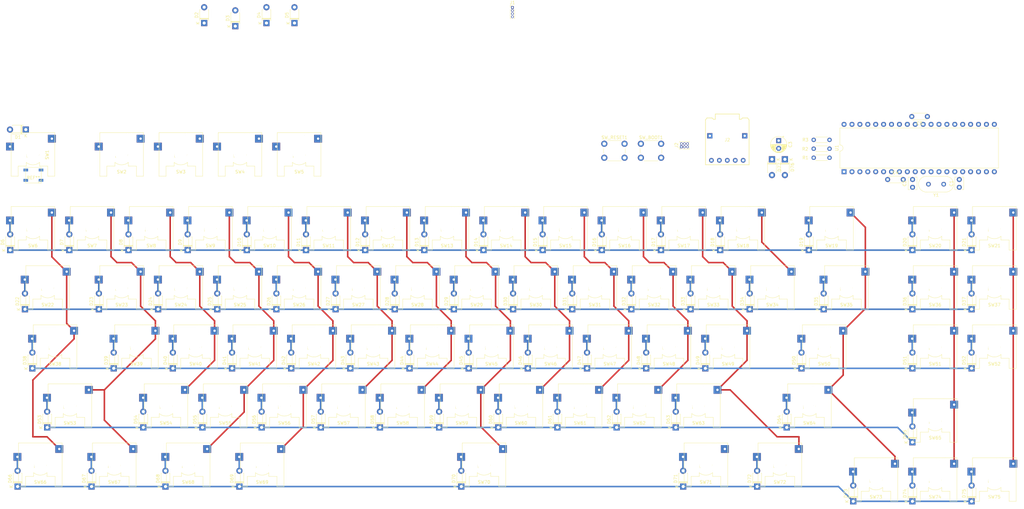
<source format=kicad_pcb>
(kicad_pcb (version 20171130) (host pcbnew 5.1.8)
  (layers (0 F.Cu signal) (31 B.Cu signal) (34 B.Paste user) (35 F.Paste user) (36 B.SilkS user) (37 F.SilkS user) (38 B.Mask user) (39 F.Mask user) (44 Edge.Cuts user))
  (net 0 "")
  (net 1 GND)
  (net 2 "Net-(C1-Pad1)")
  (net 3 "Net-(C2-Pad1)")
  (net 4 +5V)
  (net 5 "Net-(D1-Pad2)")
  (net 6 row0)
  (net 7 "Net-(D2-Pad2)")
  (net 8 "Net-(D3-Pad2)")
  (net 9 "Net-(D4-Pad2)")
  (net 10 "Net-(D5-Pad2)")
  (net 11 "Net-(D6-Pad2)")
  (net 12 "Net-(D7-Pad2)")
  (net 13 "Net-(D8-Pad2)")
  (net 14 "Net-(D9-Pad2)")
  (net 15 "Net-(D10-Pad2)")
  (net 16 "Net-(D11-Pad2)")
  (net 17 "Net-(D12-Pad2)")
  (net 18 "Net-(D13-Pad2)")
  (net 19 "Net-(D14-Pad2)")
  (net 20 "Net-(D15-Pad2)")
  (net 21 "Net-(D16-Pad2)")
  (net 22 row1)
  (net 23 "Net-(D17-Pad2)")
  (net 24 "Net-(D18-Pad2)")
  (net 25 "Net-(D19-Pad2)")
  (net 26 "Net-(D20-Pad2)")
  (net 27 "Net-(D21-Pad2)")
  (net 28 "Net-(D22-Pad2)")
  (net 29 "Net-(D23-Pad2)")
  (net 30 "Net-(D24-Pad2)")
  (net 31 "Net-(D25-Pad2)")
  (net 32 "Net-(D26-Pad2)")
  (net 33 "Net-(D27-Pad2)")
  (net 34 "Net-(D28-Pad2)")
  (net 35 "Net-(D29-Pad2)")
  (net 36 "Net-(D30-Pad2)")
  (net 37 "Net-(D31-Pad2)")
  (net 38 row2)
  (net 39 "Net-(D32-Pad2)")
  (net 40 "Net-(D33-Pad2)")
  (net 41 "Net-(D34-Pad2)")
  (net 42 "Net-(D35-Pad2)")
  (net 43 "Net-(D36-Pad2)")
  (net 44 "Net-(D37-Pad2)")
  (net 45 "Net-(D38-Pad2)")
  (net 46 "Net-(D39-Pad2)")
  (net 47 "Net-(D40-Pad2)")
  (net 48 "Net-(D41-Pad2)")
  (net 49 "Net-(D42-Pad2)")
  (net 50 "Net-(D43-Pad2)")
  (net 51 "Net-(D44-Pad2)")
  (net 52 "Net-(D45-Pad2)")
  (net 53 row3)
  (net 54 "Net-(D46-Pad2)")
  (net 55 "Net-(D47-Pad2)")
  (net 56 "Net-(D48-Pad2)")
  (net 57 "Net-(D49-Pad2)")
  (net 58 "Net-(D50-Pad2)")
  (net 59 "Net-(D51-Pad2)")
  (net 60 "Net-(D52-Pad2)")
  (net 61 "Net-(D53-Pad2)")
  (net 62 "Net-(D54-Pad2)")
  (net 63 "Net-(D55-Pad2)")
  (net 64 "Net-(D56-Pad2)")
  (net 65 "Net-(D57-Pad2)")
  (net 66 "Net-(D58-Pad2)")
  (net 67 "Net-(D59-Pad2)")
  (net 68 row4)
  (net 69 "Net-(D60-Pad2)")
  (net 70 "Net-(D61-Pad2)")
  (net 71 "Net-(D62-Pad2)")
  (net 72 "Net-(D63-Pad2)")
  (net 73 "Net-(D64-Pad2)")
  (net 74 "Net-(D65-Pad2)")
  (net 75 "Net-(D66-Pad2)")
  (net 76 "Net-(D67-Pad2)")
  (net 77 reset)
  (net 78 MOSI)
  (net 79 SCK)
  (net 80 MISO)
  (net 81 D+)
  (net 82 D-)
  (net 83 col0)
  (net 84 col1)
  (net 85 col2)
  (net 86 col3)
  (net 87 col4)
  (net 88 col5)
  (net 89 col6)
  (net 90 col7)
  (net 91 col8)
  (net 92 col9)
  (net 93 col10)
  (net 94 col11)
  (net 95 col12)
  (net 96 col13)
  (net 97 col14)
  (net 98 boot)
  (net 99 "Net-(U1-Pad34)")
  (net 100 "Net-(U1-Pad33)")
  (net 101 "Net-(U1-Pad32)")
  (net 102 "Net-(D68-Pad2)")
  (net 103 "Net-(D69-Pad2)")
  (net 104 "Net-(D70-Pad2)")
  (net 105 col15)
  (net 106 row5)
  (net 107 "Net-(D71-Pad2)")
  (net 108 "Net-(D72-Pad2)")
  (net 109 "Net-(D73-Pad2)")
  (net 110 "Net-(D74-Pad2)")
  (net 111 "Net-(D75-Pad2)")
  (net 112 "Net-(D76-Pad1)")
  (net 113 "Net-(D77-Pad1)")
  (net 114 SCL)
  (net 115 SDA)
  (net 116 "Net-(J2-Pad4)")
  (net 117 "Net-(SW71-Pad2)")
  (net 118 "Net-(U1-Pad20)")
  (net 119 "Net-(U1-Pad19)")
  (net 120 "Net-(U1-Pad21)")
  (module undiscipline:WS2812b (layer F.Cu) (at 52.16 80.9)
    (fp_text reference REF** (at 0 0.826) (layer F.SilkS))
    (fp_text value WS2812b)
    (pad 3 smd rect (at 2.45 1.65) (size 1.5 0.9) (layers B.Cu B.Paste B.Mask))
    (pad 4 smd rect (at 2.45 -1.65) (size 1.5 0.9) (layers B.Cu B.Paste B.Mask))
    (pad 2 smd rect (at -2.45 1.65) (size 1.5 0.9) (layers B.Cu B.Paste B.Mask))
    (pad 1 smd rect (at -2.45 -1.65) (size 1.5 0.9) (layers B.Cu B.Paste B.Mask))
  )
  (module undiscipline:CherryMX_Kailh_Socket (layer F.Cu) (at 137.5 74.25)
    (fp_text reference SW5 (at 0 5.58) (layer F.SilkS))
    (fp_text value SW_Push)
    (pad 1 thru_hole rect (at -7.36 -2.54) (size 2.55 2.5) (drill 0.762) (layers *.Cu *.Mask) (net 10 "Net-(D5-Pad2)"))
    (pad 2 thru_hole rect (at 6.09 -5.08) (size 2.55 2.5) (drill 0.762) (layers *.Cu *.Mask) (net 87 col4))
    (pad "" np_thru_hole circle (at 0 0) (size 4 4) (drill 4) (layers *.Cu *.Mask))
    (pad "" np_thru_hole circle (at 2.54 -5.08) (size 3 3) (drill 3) (layers *.Cu *.Mask))
    (pad "" np_thru_hole circle (at -3.81 -2.54) (size 3 3) (drill 3) (layers *.Cu *.Mask))
  )
  (module undiscipline:CherryMX_Kailh_Socket (layer F.Cu) (at 118.5 74.25)
    (fp_text reference SW4 (at 0 5.58) (layer F.SilkS))
    (fp_text value SW_Push)
    (pad 1 thru_hole rect (at -7.36 -2.54) (size 2.55 2.5) (drill 0.762) (layers *.Cu *.Mask) (net 9 "Net-(D4-Pad2)"))
    (pad 2 thru_hole rect (at 6.09 -5.08) (size 2.55 2.5) (drill 0.762) (layers *.Cu *.Mask) (net 86 col3))
    (pad "" np_thru_hole circle (at 0 0) (size 4 4) (drill 4) (layers *.Cu *.Mask))
    (pad "" np_thru_hole circle (at 2.54 -5.08) (size 3 3) (drill 3) (layers *.Cu *.Mask))
    (pad "" np_thru_hole circle (at -3.81 -2.54) (size 3 3) (drill 3) (layers *.Cu *.Mask))
  )
  (module undiscipline:CherryMX_Kailh_Socket (layer F.Cu) (at 99.5 74.25)
    (fp_text reference SW3 (at 0 5.58) (layer F.SilkS))
    (fp_text value SW_Push)
    (pad 1 thru_hole rect (at -7.36 -2.54) (size 2.55 2.5) (drill 0.762) (layers *.Cu *.Mask) (net 8 "Net-(D3-Pad2)"))
    (pad 2 thru_hole rect (at 6.09 -5.08) (size 2.55 2.5) (drill 0.762) (layers *.Cu *.Mask) (net 85 col2))
    (pad "" np_thru_hole circle (at 0 0) (size 4 4) (drill 4) (layers *.Cu *.Mask))
    (pad "" np_thru_hole circle (at 2.54 -5.08) (size 3 3) (drill 3) (layers *.Cu *.Mask))
    (pad "" np_thru_hole circle (at -3.81 -2.54) (size 3 3) (drill 3) (layers *.Cu *.Mask))
  )
  (module undiscipline:CherryMX_Kailh_Socket (layer F.Cu) (at 80.5 74.25)
    (fp_text reference SW2 (at 0 5.58) (layer F.SilkS))
    (fp_text value SW_Push)
    (pad 1 thru_hole rect (at -7.36 -2.54) (size 2.55 2.5) (drill 0.762) (layers *.Cu *.Mask) (net 7 "Net-(D2-Pad2)"))
    (pad 2 thru_hole rect (at 6.09 -5.08) (size 2.55 2.5) (drill 0.762) (layers *.Cu *.Mask) (net 84 col1))
    (pad "" np_thru_hole circle (at 0 0) (size 4 4) (drill 4) (layers *.Cu *.Mask))
    (pad "" np_thru_hole circle (at 2.54 -5.08) (size 3 3) (drill 3) (layers *.Cu *.Mask))
    (pad "" np_thru_hole circle (at -3.81 -2.54) (size 3 3) (drill 3) (layers *.Cu *.Mask))
  )
  (module undiscipline:CherryMX_Kailh_Socket (layer F.Cu) (at 52 74.25)
    (fp_text reference SW1 (at 4.568 0.102 270) (layer F.SilkS))
    (fp_text value SW_Push)
    (pad 1 thru_hole rect (at -7.36 -2.54) (size 2.55 2.5) (drill 0.762) (layers *.Cu *.Mask) (net 5 "Net-(D1-Pad2)"))
    (pad 2 thru_hole rect (at 6.09 -5.08) (size 2.55 2.5) (drill 0.762) (layers *.Cu *.Mask) (net 83 col0))
    (pad "" np_thru_hole circle (at 0 0) (size 4 4) (drill 4) (layers *.Cu *.Mask))
    (pad "" np_thru_hole circle (at 2.54 -5.08) (size 3 3) (drill 3) (layers *.Cu *.Mask))
    (pad "" np_thru_hole circle (at -3.81 -2.54) (size 3 3) (drill 3) (layers *.Cu *.Mask))
  )
  (module Connector_PinHeader_1.00mm:PinHeader_1x04_P1.00mm_Vertical (layer F.Cu) (at 206 27)
    (fp_text reference J1 (at 0 -1.56) (layer F.SilkS))
    (fp_text value Conn_01x04_Male)
    (pad 4 thru_hole oval (at 0 3) (size 0.85 0.85) (drill 0.5) (layers *.Cu *.Mask) (net 4 +5V))
    (pad 3 thru_hole oval (at 0 2) (size 0.85 0.85) (drill 0.5) (layers *.Cu *.Mask) (net 1 GND))
    (pad 2 thru_hole oval (at 0 1) (size 0.85 0.85) (drill 0.5) (layers *.Cu *.Mask) (net 114 SCL))
    (pad 1 thru_hole rect (at 0 0) (size 0.85 0.85) (drill 0.5) (layers *.Cu *.Mask) (net 115 SDA))
  )
  (module Diode_THT:D_T-1_P5.08mm_Horizontal (layer F.Cu) (at 136 32 90)
    (fp_text reference D5 (at 2.54 -2.42 90) (layer F.SilkS))
    (fp_text value D)
    (fp_text user K (at 0 -2 90) (layer F.SilkS))
    (pad 2 thru_hole oval (at 5.08 0 90) (size 2 2) (drill 1) (layers *.Cu *.Mask) (net 10 "Net-(D5-Pad2)"))
    (pad 1 thru_hole rect (at 0 0 90) (size 2 2) (drill 1) (layers *.Cu *.Mask) (net 6 row0))
  )
  (module Diode_THT:D_T-1_P5.08mm_Horizontal (layer F.Cu) (at 127 32 90)
    (fp_text reference D4 (at 2.54 -2.42 90) (layer F.SilkS))
    (fp_text value D)
    (fp_text user K (at 0 -2 90) (layer F.SilkS))
    (pad 2 thru_hole oval (at 5.08 0 90) (size 2 2) (drill 1) (layers *.Cu *.Mask) (net 9 "Net-(D4-Pad2)"))
    (pad 1 thru_hole rect (at 0 0 90) (size 2 2) (drill 1) (layers *.Cu *.Mask) (net 6 row0))
  )
  (module Diode_THT:D_T-1_P5.08mm_Horizontal (layer F.Cu) (at 117 33 90)
    (fp_text reference D3 (at 2.54 -2.42 90) (layer F.SilkS))
    (fp_text value D)
    (fp_text user K (at 0 -2 90) (layer F.SilkS))
    (pad 2 thru_hole oval (at 5.08 0 90) (size 2 2) (drill 1) (layers *.Cu *.Mask) (net 8 "Net-(D3-Pad2)"))
    (pad 1 thru_hole rect (at 0 0 90) (size 2 2) (drill 1) (layers *.Cu *.Mask) (net 6 row0))
  )
  (module Diode_THT:D_T-1_P5.08mm_Horizontal (layer F.Cu) (at 107 32 90)
    (fp_text reference D2 (at 2.54 -2.42 90) (layer F.SilkS))
    (fp_text value D)
    (fp_text user K (at 0 -2 90) (layer F.SilkS))
    (pad 2 thru_hole oval (at 5.08 0 90) (size 2 2) (drill 1) (layers *.Cu *.Mask) (net 7 "Net-(D2-Pad2)"))
    (pad 1 thru_hole rect (at 0 0 90) (size 2 2) (drill 1) (layers *.Cu *.Mask) (net 6 row0))
  )
  (module Diode_THT:D_T-1_P5.08mm_Horizontal (layer F.Cu) (at 49.72 66.25 180)
    (fp_text reference D1 (at 2.54 -2.42) (layer F.SilkS))
    (fp_text value D)
    (fp_text user K (at 0 -2) (layer F.SilkS))
    (pad 2 thru_hole oval (at 5.08 0 180) (size 2 2) (drill 1) (layers *.Cu *.Mask) (net 5 "Net-(D1-Pad2)"))
    (pad 1 thru_hole rect (at 0 0 180) (size 2 2) (drill 1) (layers *.Cu *.Mask) (net 6 row0))
  )
  (module undiscipline:1u (layer F.Cu) (at 137.5 74.25)
    (fp_text reference REF** (at 0 0.5) (layer F.SilkS))
    (fp_text value 1u)
  )
  (module undiscipline:1u (layer F.Cu) (at 118.5 74.25)
    (fp_text reference REF** (at 0 0.5) (layer F.SilkS))
    (fp_text value 1u)
  )
  (module undiscipline:1u (layer F.Cu) (at 99.5 74.25)
    (fp_text reference REF** (at 0 0.5) (layer F.SilkS))
    (fp_text value 1u)
  )
  (module undiscipline:1u (layer F.Cu) (at 80.5 74.25)
    (fp_text reference REF** (at 0 0.5) (layer F.SilkS))
    (fp_text value 1u)
  )
  (module undiscipline:1u (layer F.Cu) (at 52 74.25)
    (fp_text reference REF** (at 0 0.5) (layer F.SilkS))
    (fp_text value 1u)
  )
  (module undiscipline:CherryMX_Kailh_Socket (layer F.Cu) (at 360.75 117)
    (fp_text reference SW37 (at 0 5.58) (layer F.SilkS))
    (fp_text value SW_Push)
    (pad 1 thru_hole rect (at -7.36 -2.54) (size 2.55 2.5) (drill 0.762) (layers *.Cu *.Mask) (net 44 "Net-(D37-Pad2)"))
    (pad 2 thru_hole rect (at 6.09 -5.08) (size 2.55 2.5) (drill 0.762) (layers *.Cu *.Mask) (net 105 col15))
    (pad "" np_thru_hole circle (at 0 0) (size 4 4) (drill 4) (layers *.Cu *.Mask))
    (pad "" np_thru_hole circle (at 2.54 -5.08) (size 3 3) (drill 3) (layers *.Cu *.Mask))
    (pad "" np_thru_hole circle (at -3.81 -2.54) (size 3 3) (drill 3) (layers *.Cu *.Mask))
  )
  (module undiscipline:1u (layer F.Cu) (at 275.25 136)
    (fp_text reference REF** (at 0 0.5) (layer F.SilkS))
    (fp_text value 1u)
  )
  (module undiscipline:1u (layer F.Cu) (at 256.25 136)
    (fp_text reference REF** (at 0 0.5) (layer F.SilkS))
    (fp_text value 1u)
  )
  (module undiscipline:1u (layer F.Cu) (at 237.25 136)
    (fp_text reference REF** (at 0 0.5) (layer F.SilkS))
    (fp_text value 1u)
  )
  (module undiscipline:1u (layer F.Cu) (at 218.25 136)
    (fp_text reference REF** (at 0 0.5) (layer F.SilkS))
    (fp_text value 1u)
  )
  (module undiscipline:1u (layer F.Cu) (at 199.25 136)
    (fp_text reference REF** (at 0 0.5) (layer F.SilkS))
    (fp_text value 1u)
  )
  (module undiscipline:1u (layer F.Cu) (at 180.25 136)
    (fp_text reference REF** (at 0 0.5) (layer F.SilkS))
    (fp_text value 1u)
  )
  (module undiscipline:1u (layer F.Cu) (at 161.25 136)
    (fp_text reference REF** (at 0 0.5) (layer F.SilkS))
    (fp_text value 1u)
  )
  (module undiscipline:1u (layer F.Cu) (at 142.25 136)
    (fp_text reference REF** (at 0 0.5) (layer F.SilkS))
    (fp_text value 1u)
  )
  (module undiscipline:1u (layer F.Cu) (at 123.25 136)
    (fp_text reference REF** (at 0 0.5) (layer F.SilkS))
    (fp_text value 1u)
  )
  (module undiscipline:1u (layer F.Cu) (at 104.25 136)
    (fp_text reference REF** (at 0 0.5) (layer F.SilkS))
    (fp_text value 1u)
  )
  (module undiscipline:1u (layer F.Cu) (at 85.25 136)
    (fp_text reference REF** (at 0 0.5) (layer F.SilkS))
    (fp_text value 1u)
  )
  (module undiscipline:1u (layer F.Cu) (at 289.5 117)
    (fp_text reference REF** (at 0 0.5) (layer F.SilkS))
    (fp_text value 1u)
  )
  (module undiscipline:1u (layer F.Cu) (at 270.5 117)
    (fp_text reference REF** (at 0 0.5) (layer F.SilkS))
    (fp_text value 1u)
  )
  (module undiscipline:1u (layer F.Cu) (at 251.5 117)
    (fp_text reference REF** (at 0 0.5) (layer F.SilkS))
    (fp_text value 1u)
  )
  (module undiscipline:1u (layer F.Cu) (at 232.5 117)
    (fp_text reference REF** (at 0 0.5) (layer F.SilkS))
    (fp_text value 1u)
  )
  (module undiscipline:1u (layer F.Cu) (at 213.5 117)
    (fp_text reference REF** (at 0 0.5) (layer F.SilkS))
    (fp_text value 1u)
  )
  (module undiscipline:1u (layer F.Cu) (at 194.5 117)
    (fp_text reference REF** (at 0 0.5) (layer F.SilkS))
    (fp_text value 1u)
  )
  (module undiscipline:1u (layer F.Cu) (at 175.5 117)
    (fp_text reference REF** (at 0 0.5) (layer F.SilkS))
    (fp_text value 1u)
  )
  (module undiscipline:1u (layer F.Cu) (at 156.5 117)
    (fp_text reference REF** (at 0 0.5) (layer F.SilkS))
    (fp_text value 1u)
  )
  (module undiscipline:1u (layer F.Cu) (at 137.5 117)
    (fp_text reference REF** (at 0 0.5) (layer F.SilkS))
    (fp_text value 1u)
  )
  (module undiscipline:1u (layer F.Cu) (at 118.5 117)
    (fp_text reference REF** (at 0 0.5) (layer F.SilkS))
    (fp_text value 1u)
  )
  (module undiscipline:1u (layer F.Cu) (at 99.5 117)
    (fp_text reference REF** (at 0 0.5) (layer F.SilkS))
    (fp_text value 1u)
  )
  (module undiscipline:1u (layer F.Cu) (at 80.5 117)
    (fp_text reference REF** (at 0 0.5) (layer F.SilkS))
    (fp_text value 1u)
  )
  (module undiscipline:1u (layer F.Cu) (at 280 98)
    (fp_text reference REF** (at 0 0.5) (layer F.SilkS))
    (fp_text value 1u)
  )
  (module undiscipline:1u (layer F.Cu) (at 261 98)
    (fp_text reference REF** (at 0 0.5) (layer F.SilkS))
    (fp_text value 1u)
  )
  (module undiscipline:1u (layer F.Cu) (at 242 98)
    (fp_text reference REF** (at 0 0.5) (layer F.SilkS))
    (fp_text value 1u)
  )
  (module undiscipline:1u (layer F.Cu) (at 223 98)
    (fp_text reference REF** (at 0 0.5) (layer F.SilkS))
    (fp_text value 1u)
  )
  (module undiscipline:1u (layer F.Cu) (at 204 98)
    (fp_text reference REF** (at 0 0.5) (layer F.SilkS))
    (fp_text value 1u)
  )
  (module undiscipline:1u (layer F.Cu) (at 185 98)
    (fp_text reference REF** (at 0 0.5) (layer F.SilkS))
    (fp_text value 1u)
  )
  (module undiscipline:1u (layer F.Cu) (at 166 98)
    (fp_text reference REF** (at 0 0.5) (layer F.SilkS))
    (fp_text value 1u)
  )
  (module undiscipline:1u (layer F.Cu) (at 147 98)
    (fp_text reference REF** (at 0 0.5) (layer F.SilkS))
    (fp_text value 1u)
  )
  (module undiscipline:1u (layer F.Cu) (at 128 98)
    (fp_text reference REF** (at 0 0.5) (layer F.SilkS))
    (fp_text value 1u)
  )
  (module undiscipline:1u (layer F.Cu) (at 109 98)
    (fp_text reference REF** (at 0 0.5) (layer F.SilkS))
    (fp_text value 1u)
  )
  (module undiscipline:1u (layer F.Cu) (at 90 98)
    (fp_text reference REF** (at 0 0.5) (layer F.SilkS))
    (fp_text value 1u)
  )
  (module undiscipline:1u (layer F.Cu) (at 71 98)
    (fp_text reference REF** (at 0 0.5) (layer F.SilkS))
    (fp_text value 1u)
  )
  (module undiscipline:1u (layer F.Cu) (at 52 98)
    (fp_text reference REF** (at 0 0.5) (layer F.SilkS))
    (fp_text value 1u)
  )
  (module undiscipline:2u (layer F.Cu) (at 308.5 98)
    (fp_text reference REF** (at 0 0.5) (layer F.SilkS))
    (fp_text value 2u)
  )
  (module undiscipline:1.5u (layer F.Cu) (at 313.25 117)
    (fp_text reference REF** (at 0 0.5) (layer F.SilkS))
    (fp_text value 1.5u)
  )
  (module undiscipline:1.5u (layer F.Cu) (at 56.75 117)
    (fp_text reference REF** (at 0 0.5) (layer F.SilkS))
    (fp_text value 1.5u)
  )
  (module undiscipline:1.75u (layer F.Cu) (at 59.125 136)
    (fp_text reference REF** (at 0 0.5) (layer F.SilkS))
    (fp_text value 1.75u)
  )
  (module undiscipline:1u (layer F.Cu) (at 360.75 136)
    (fp_text reference REF** (at 0 0.5) (layer F.SilkS))
    (fp_text value 1u)
  )
  (module undiscipline:1u (layer F.Cu) (at 341.75 136)
    (fp_text reference REF** (at 0 0.5) (layer F.SilkS))
    (fp_text value 1u)
  )
  (module undiscipline:1u (layer F.Cu) (at 360.75 117)
    (fp_text reference REF** (at 0 0.5) (layer F.SilkS))
    (fp_text value 1u)
  )
  (module undiscipline:1u (layer F.Cu) (at 341.75 117)
    (fp_text reference REF** (at 0 0.5) (layer F.SilkS))
    (fp_text value 1u)
  )
  (module undiscipline:1u (layer F.Cu) (at 360.75 98)
    (fp_text reference REF** (at 0 0.5) (layer F.SilkS))
    (fp_text value 1u)
  )
  (module undiscipline:1u (layer F.Cu) (at 341.75 98)
    (fp_text reference REF** (at 0 0.5) (layer F.SilkS))
    (fp_text value 1u)
  )
  (module undiscipline:1u (layer F.Cu) (at 341.75 159.75)
    (fp_text reference REF** (at 0 0.5) (layer F.SilkS))
    (fp_text value 1u)
  )
  (module undiscipline:1u (layer F.Cu) (at 341.75 178.75)
    (fp_text reference REF** (at 0 0.5) (layer F.SilkS))
    (fp_text value 1u)
  )
  (module undiscipline:1u (layer F.Cu) (at 360.75 178.75)
    (fp_text reference REF** (at 0 0.5) (layer F.SilkS))
    (fp_text value 1u)
  )
  (module undiscipline:1u (layer F.Cu) (at 322.75 178.75)
    (fp_text reference REF** (at 0 0.5) (layer F.SilkS))
    (fp_text value 1u)
  )
  (module undiscipline:2.75u (layer F.Cu) (at 301.375 155)
    (fp_text reference REF** (at 0 0.5) (layer F.SilkS))
    (fp_text value 2.75u)
  )
  (module undiscipline:1u (layer F.Cu) (at 265.75 155)
    (fp_text reference REF** (at 0 0.5) (layer F.SilkS))
    (fp_text value 1u)
  )
  (module undiscipline:1u (layer F.Cu) (at 246.75 155)
    (fp_text reference REF** (at 0 0.5) (layer F.SilkS))
    (fp_text value 1u)
  )
  (module undiscipline:1u (layer F.Cu) (at 227.75 155)
    (fp_text reference REF** (at 0 0.5) (layer F.SilkS))
    (fp_text value 1u)
  )
  (module undiscipline:1u (layer F.Cu) (at 208.75 155)
    (fp_text reference REF** (at 0 0.5) (layer F.SilkS))
    (fp_text value 1u)
  )
  (module undiscipline:1u (layer F.Cu) (at 189.75 155)
    (fp_text reference REF** (at 0 0.5) (layer F.SilkS))
    (fp_text value 1u)
  )
  (module undiscipline:1u (layer F.Cu) (at 170.75 155)
    (fp_text reference REF** (at 0 0.5) (layer F.SilkS))
    (fp_text value 1u)
  )
  (module undiscipline:1u (layer F.Cu) (at 151.75 155)
    (fp_text reference REF** (at 0 0.5) (layer F.SilkS))
    (fp_text value 1u)
  )
  (module undiscipline:1u (layer F.Cu) (at 132.75 155)
    (fp_text reference REF** (at 0 0.5) (layer F.SilkS))
    (fp_text value 1u)
  )
  (module undiscipline:1u (layer F.Cu) (at 113.75 155)
    (fp_text reference REF** (at 0 0.5) (layer F.SilkS))
    (fp_text value 1u)
  )
  (module undiscipline:1u (layer F.Cu) (at 94.75 155)
    (fp_text reference REF** (at 0 0.5) (layer F.SilkS))
    (fp_text value 1u)
  )
  (module undiscipline:2.25u (layer F.Cu) (at 306.125 136)
    (fp_text reference REF** (at 0 0.5) (layer F.SilkS))
    (fp_text value 2.25u)
  )
  (module undiscipline:2.25u (layer F.Cu) (at 63.875 155)
    (fp_text reference REF** (at 0 0.5) (layer F.SilkS))
    (fp_text value 2.25u)
  )
  (module undiscipline:1.25u (layer F.Cu) (at 291.875 174)
    (fp_text reference REF** (at 0 0.5) (layer F.SilkS))
    (fp_text value 1.25u)
  )
  (module undiscipline:1.25u (layer F.Cu) (at 268.125 174)
    (fp_text reference REF** (at 0 0.5) (layer F.SilkS))
    (fp_text value 1.25u)
  )
  (module undiscipline:1.25u (layer F.Cu) (at 125.625 174)
    (fp_text reference REF** (at 0 0.5) (layer F.SilkS))
    (fp_text value 1.25u)
  )
  (module undiscipline:1.25u (layer F.Cu) (at 101.875 174)
    (fp_text reference REF** (at 0 0.5) (layer F.SilkS))
    (fp_text value 1.25u)
  )
  (module undiscipline:1.25u (layer F.Cu) (at 78.125 174)
    (fp_text reference REF** (at 0 0.5) (layer F.SilkS))
    (fp_text value 1.25u)
  )
  (module undiscipline:1.25u (layer F.Cu) (at 54.375 174)
    (fp_text reference REF** (at 0 0.5) (layer F.SilkS))
    (fp_text value 1.25u)
  )
  (module undiscipline:6.25u (layer F.Cu) (at 196.875 174)
    (fp_text reference REF** (at 0 0.5) (layer F.SilkS))
    (fp_text value 6.25u)
  )
  (module undiscipline:CherryMX_Kailh_Socket (layer F.Cu) (at 360.75 178.75)
    (fp_text reference SW75 (at 0 5.58) (layer F.SilkS))
    (fp_text value SW_Push)
    (pad 1 thru_hole rect (at -7.36 -2.54) (size 2.55 2.5) (drill 0.762) (layers *.Cu *.Mask) (net 111 "Net-(D75-Pad2)"))
    (pad 2 thru_hole rect (at 6.09 -5.08) (size 2.55 2.5) (drill 0.762) (layers *.Cu *.Mask) (net 105 col15))
    (pad "" np_thru_hole circle (at 0 0) (size 4 4) (drill 4) (layers *.Cu *.Mask))
    (pad "" np_thru_hole circle (at 2.54 -5.08) (size 3 3) (drill 3) (layers *.Cu *.Mask))
    (pad "" np_thru_hole circle (at -3.81 -2.54) (size 3 3) (drill 3) (layers *.Cu *.Mask))
  )
  (module undiscipline:CherryMX_Kailh_Socket (layer F.Cu) (at 341.75 178.75)
    (fp_text reference SW74 (at 0 5.58) (layer F.SilkS))
    (fp_text value SW_Push)
    (pad 1 thru_hole rect (at -7.36 -2.54) (size 2.55 2.5) (drill 0.762) (layers *.Cu *.Mask) (net 110 "Net-(D74-Pad2)"))
    (pad 2 thru_hole rect (at 6.09 -5.08) (size 2.55 2.5) (drill 0.762) (layers *.Cu *.Mask) (net 97 col14))
    (pad "" np_thru_hole circle (at 0 0) (size 4 4) (drill 4) (layers *.Cu *.Mask))
    (pad "" np_thru_hole circle (at 2.54 -5.08) (size 3 3) (drill 3) (layers *.Cu *.Mask))
    (pad "" np_thru_hole circle (at -3.81 -2.54) (size 3 3) (drill 3) (layers *.Cu *.Mask))
  )
  (module undiscipline:CherryMX_Kailh_Socket (layer F.Cu) (at 322.75 178.75)
    (fp_text reference SW73 (at 0 5.58) (layer F.SilkS))
    (fp_text value SW_Push)
    (pad 1 thru_hole rect (at -7.36 -2.54) (size 2.55 2.5) (drill 0.762) (layers *.Cu *.Mask) (net 109 "Net-(D73-Pad2)"))
    (pad 2 thru_hole rect (at 6.09 -5.08) (size 2.55 2.5) (drill 0.762) (layers *.Cu *.Mask) (net 96 col13))
    (pad "" np_thru_hole circle (at 0 0) (size 4 4) (drill 4) (layers *.Cu *.Mask))
    (pad "" np_thru_hole circle (at 2.54 -5.08) (size 3 3) (drill 3) (layers *.Cu *.Mask))
    (pad "" np_thru_hole circle (at -3.81 -2.54) (size 3 3) (drill 3) (layers *.Cu *.Mask))
  )
  (module undiscipline:CherryMX_Kailh_Socket (layer F.Cu) (at 291.875 174)
    (fp_text reference SW72 (at 0 5.58) (layer F.SilkS))
    (fp_text value SW_Push)
    (pad 1 thru_hole rect (at -7.36 -2.54) (size 2.55 2.5) (drill 0.762) (layers *.Cu *.Mask) (net 108 "Net-(D72-Pad2)"))
    (pad 2 thru_hole rect (at 6.09 -5.08) (size 2.55 2.5) (drill 0.762) (layers *.Cu *.Mask) (net 94 col11))
    (pad "" np_thru_hole circle (at 0 0) (size 4 4) (drill 4) (layers *.Cu *.Mask))
    (pad "" np_thru_hole circle (at 2.54 -5.08) (size 3 3) (drill 3) (layers *.Cu *.Mask))
    (pad "" np_thru_hole circle (at -3.81 -2.54) (size 3 3) (drill 3) (layers *.Cu *.Mask))
  )
  (module undiscipline:CherryMX_Kailh_Socket (layer F.Cu) (at 268.125 174)
    (fp_text reference SW71 (at 0 5.58) (layer F.SilkS))
    (fp_text value SW_Push)
    (pad 1 thru_hole rect (at -7.36 -2.54) (size 2.55 2.5) (drill 0.762) (layers *.Cu *.Mask) (net 107 "Net-(D71-Pad2)"))
    (pad 2 thru_hole rect (at 6.09 -5.08) (size 2.55 2.5) (drill 0.762) (layers *.Cu *.Mask) (net 117 "Net-(SW71-Pad2)"))
    (pad "" np_thru_hole circle (at 0 0) (size 4 4) (drill 4) (layers *.Cu *.Mask))
    (pad "" np_thru_hole circle (at 2.54 -5.08) (size 3 3) (drill 3) (layers *.Cu *.Mask))
    (pad "" np_thru_hole circle (at -3.81 -2.54) (size 3 3) (drill 3) (layers *.Cu *.Mask))
  )
  (module undiscipline:CherryMX_Kailh_Socket (layer F.Cu) (at 196.875 174)
    (fp_text reference SW70 (at 0 5.58) (layer F.SilkS))
    (fp_text value SW_Push)
    (pad 1 thru_hole rect (at -7.36 -2.54) (size 2.55 2.5) (drill 0.762) (layers *.Cu *.Mask) (net 104 "Net-(D70-Pad2)"))
    (pad 2 thru_hole rect (at 6.09 -5.08) (size 2.55 2.5) (drill 0.762) (layers *.Cu *.Mask) (net 90 col7))
    (pad "" np_thru_hole circle (at 0 0) (size 4 4) (drill 4) (layers *.Cu *.Mask))
    (pad "" np_thru_hole circle (at 2.54 -5.08) (size 3 3) (drill 3) (layers *.Cu *.Mask))
    (pad "" np_thru_hole circle (at -3.81 -2.54) (size 3 3) (drill 3) (layers *.Cu *.Mask))
  )
  (module undiscipline:CherryMX_Kailh_Socket (layer F.Cu) (at 125.625 174)
    (fp_text reference SW69 (at 0 5.58) (layer F.SilkS))
    (fp_text value SW_Push)
    (pad 1 thru_hole rect (at -7.36 -2.54) (size 2.55 2.5) (drill 0.762) (layers *.Cu *.Mask) (net 103 "Net-(D69-Pad2)"))
    (pad 2 thru_hole rect (at 6.09 -5.08) (size 2.55 2.5) (drill 0.762) (layers *.Cu *.Mask) (net 87 col4))
    (pad "" np_thru_hole circle (at 0 0) (size 4 4) (drill 4) (layers *.Cu *.Mask))
    (pad "" np_thru_hole circle (at 2.54 -5.08) (size 3 3) (drill 3) (layers *.Cu *.Mask))
    (pad "" np_thru_hole circle (at -3.81 -2.54) (size 3 3) (drill 3) (layers *.Cu *.Mask))
  )
  (module undiscipline:CherryMX_Kailh_Socket (layer F.Cu) (at 101.875 174)
    (fp_text reference SW68 (at 0 5.58) (layer F.SilkS))
    (fp_text value SW_Push)
    (pad 1 thru_hole rect (at -7.36 -2.54) (size 2.55 2.5) (drill 0.762) (layers *.Cu *.Mask) (net 102 "Net-(D68-Pad2)"))
    (pad 2 thru_hole rect (at 6.09 -5.08) (size 2.55 2.5) (drill 0.762) (layers *.Cu *.Mask) (net 86 col3))
    (pad "" np_thru_hole circle (at 0 0) (size 4 4) (drill 4) (layers *.Cu *.Mask))
    (pad "" np_thru_hole circle (at 2.54 -5.08) (size 3 3) (drill 3) (layers *.Cu *.Mask))
    (pad "" np_thru_hole circle (at -3.81 -2.54) (size 3 3) (drill 3) (layers *.Cu *.Mask))
  )
  (module undiscipline:CherryMX_Kailh_Socket (layer F.Cu) (at 78.125 174)
    (fp_text reference SW67 (at 0 5.58) (layer F.SilkS))
    (fp_text value SW_Push)
    (pad 1 thru_hole rect (at -7.36 -2.54) (size 2.55 2.5) (drill 0.762) (layers *.Cu *.Mask) (net 76 "Net-(D67-Pad2)"))
    (pad 2 thru_hole rect (at 6.09 -5.08) (size 2.55 2.5) (drill 0.762) (layers *.Cu *.Mask) (net 84 col1))
    (pad "" np_thru_hole circle (at 0 0) (size 4 4) (drill 4) (layers *.Cu *.Mask))
    (pad "" np_thru_hole circle (at 2.54 -5.08) (size 3 3) (drill 3) (layers *.Cu *.Mask))
    (pad "" np_thru_hole circle (at -3.81 -2.54) (size 3 3) (drill 3) (layers *.Cu *.Mask))
  )
  (module undiscipline:CherryMX_Kailh_Socket (layer F.Cu) (at 54.375 174)
    (fp_text reference SW66 (at 0 5.58) (layer F.SilkS))
    (fp_text value SW_Push)
    (pad 1 thru_hole rect (at -7.36 -2.54) (size 2.55 2.5) (drill 0.762) (layers *.Cu *.Mask) (net 75 "Net-(D66-Pad2)"))
    (pad 2 thru_hole rect (at 6.09 -5.08) (size 2.55 2.5) (drill 0.762) (layers *.Cu *.Mask) (net 83 col0))
    (pad "" np_thru_hole circle (at 0 0) (size 4 4) (drill 4) (layers *.Cu *.Mask))
    (pad "" np_thru_hole circle (at 2.54 -5.08) (size 3 3) (drill 3) (layers *.Cu *.Mask))
    (pad "" np_thru_hole circle (at -3.81 -2.54) (size 3 3) (drill 3) (layers *.Cu *.Mask))
  )
  (module undiscipline:CherryMX_Kailh_Socket (layer F.Cu) (at 341.75 159.75)
    (fp_text reference SW65 (at 0 5.58) (layer F.SilkS))
    (fp_text value SW_Push)
    (pad 1 thru_hole rect (at -7.36 -2.54) (size 2.55 2.5) (drill 0.762) (layers *.Cu *.Mask) (net 74 "Net-(D65-Pad2)"))
    (pad 2 thru_hole rect (at 6.09 -5.08) (size 2.55 2.5) (drill 0.762) (layers *.Cu *.Mask) (net 97 col14))
    (pad "" np_thru_hole circle (at 0 0) (size 4 4) (drill 4) (layers *.Cu *.Mask))
    (pad "" np_thru_hole circle (at 2.54 -5.08) (size 3 3) (drill 3) (layers *.Cu *.Mask))
    (pad "" np_thru_hole circle (at -3.81 -2.54) (size 3 3) (drill 3) (layers *.Cu *.Mask))
  )
  (module undiscipline:CherryMX_Kailh_Socket (layer F.Cu) (at 301.375 155)
    (fp_text reference SW64 (at 0 5.58) (layer F.SilkS))
    (fp_text value SW_Push)
    (pad 1 thru_hole rect (at -7.36 -2.54) (size 2.55 2.5) (drill 0.762) (layers *.Cu *.Mask) (net 73 "Net-(D64-Pad2)"))
    (pad 2 thru_hole rect (at 6.09 -5.08) (size 2.55 2.5) (drill 0.762) (layers *.Cu *.Mask) (net 96 col13))
    (pad "" np_thru_hole circle (at 0 0) (size 4 4) (drill 4) (layers *.Cu *.Mask))
    (pad "" np_thru_hole circle (at 2.54 -5.08) (size 3 3) (drill 3) (layers *.Cu *.Mask))
    (pad "" np_thru_hole circle (at -3.81 -2.54) (size 3 3) (drill 3) (layers *.Cu *.Mask))
  )
  (module undiscipline:CherryMX_Kailh_Socket (layer F.Cu) (at 265.75 155)
    (fp_text reference SW63 (at 0 5.58) (layer F.SilkS))
    (fp_text value SW_Push)
    (pad 1 thru_hole rect (at -7.36 -2.54) (size 2.55 2.5) (drill 0.762) (layers *.Cu *.Mask) (net 72 "Net-(D63-Pad2)"))
    (pad 2 thru_hole rect (at 6.09 -5.08) (size 2.55 2.5) (drill 0.762) (layers *.Cu *.Mask) (net 94 col11))
    (pad "" np_thru_hole circle (at 0 0) (size 4 4) (drill 4) (layers *.Cu *.Mask))
    (pad "" np_thru_hole circle (at 2.54 -5.08) (size 3 3) (drill 3) (layers *.Cu *.Mask))
    (pad "" np_thru_hole circle (at -3.81 -2.54) (size 3 3) (drill 3) (layers *.Cu *.Mask))
  )
  (module undiscipline:CherryMX_Kailh_Socket (layer F.Cu) (at 246.75 155)
    (fp_text reference SW62 (at 0 5.58) (layer F.SilkS))
    (fp_text value SW_Push)
    (pad 1 thru_hole rect (at -7.36 -2.54) (size 2.55 2.5) (drill 0.762) (layers *.Cu *.Mask) (net 71 "Net-(D62-Pad2)"))
    (pad 2 thru_hole rect (at 6.09 -5.08) (size 2.55 2.5) (drill 0.762) (layers *.Cu *.Mask) (net 93 col10))
    (pad "" np_thru_hole circle (at 0 0) (size 4 4) (drill 4) (layers *.Cu *.Mask))
    (pad "" np_thru_hole circle (at 2.54 -5.08) (size 3 3) (drill 3) (layers *.Cu *.Mask))
    (pad "" np_thru_hole circle (at -3.81 -2.54) (size 3 3) (drill 3) (layers *.Cu *.Mask))
  )
  (module undiscipline:CherryMX_Kailh_Socket (layer F.Cu) (at 227.75 155)
    (fp_text reference SW61 (at 0 5.58) (layer F.SilkS))
    (fp_text value SW_Push)
    (pad 1 thru_hole rect (at -7.36 -2.54) (size 2.55 2.5) (drill 0.762) (layers *.Cu *.Mask) (net 70 "Net-(D61-Pad2)"))
    (pad 2 thru_hole rect (at 6.09 -5.08) (size 2.55 2.5) (drill 0.762) (layers *.Cu *.Mask) (net 92 col9))
    (pad "" np_thru_hole circle (at 0 0) (size 4 4) (drill 4) (layers *.Cu *.Mask))
    (pad "" np_thru_hole circle (at 2.54 -5.08) (size 3 3) (drill 3) (layers *.Cu *.Mask))
    (pad "" np_thru_hole circle (at -3.81 -2.54) (size 3 3) (drill 3) (layers *.Cu *.Mask))
  )
  (module undiscipline:CherryMX_Kailh_Socket (layer F.Cu) (at 208.75 155)
    (fp_text reference SW60 (at 0 5.58) (layer F.SilkS))
    (fp_text value SW_Push)
    (pad 1 thru_hole rect (at -7.36 -2.54) (size 2.55 2.5) (drill 0.762) (layers *.Cu *.Mask) (net 69 "Net-(D60-Pad2)"))
    (pad 2 thru_hole rect (at 6.09 -5.08) (size 2.55 2.5) (drill 0.762) (layers *.Cu *.Mask) (net 91 col8))
    (pad "" np_thru_hole circle (at 0 0) (size 4 4) (drill 4) (layers *.Cu *.Mask))
    (pad "" np_thru_hole circle (at 2.54 -5.08) (size 3 3) (drill 3) (layers *.Cu *.Mask))
    (pad "" np_thru_hole circle (at -3.81 -2.54) (size 3 3) (drill 3) (layers *.Cu *.Mask))
  )
  (module undiscipline:CherryMX_Kailh_Socket (layer F.Cu) (at 189.75 155)
    (fp_text reference SW59 (at 0 5.58) (layer F.SilkS))
    (fp_text value SW_Push)
    (pad 1 thru_hole rect (at -7.36 -2.54) (size 2.55 2.5) (drill 0.762) (layers *.Cu *.Mask) (net 67 "Net-(D59-Pad2)"))
    (pad 2 thru_hole rect (at 6.09 -5.08) (size 2.55 2.5) (drill 0.762) (layers *.Cu *.Mask) (net 90 col7))
    (pad "" np_thru_hole circle (at 0 0) (size 4 4) (drill 4) (layers *.Cu *.Mask))
    (pad "" np_thru_hole circle (at 2.54 -5.08) (size 3 3) (drill 3) (layers *.Cu *.Mask))
    (pad "" np_thru_hole circle (at -3.81 -2.54) (size 3 3) (drill 3) (layers *.Cu *.Mask))
  )
  (module undiscipline:CherryMX_Kailh_Socket (layer F.Cu) (at 170.75 155)
    (fp_text reference SW58 (at 0 5.58) (layer F.SilkS))
    (fp_text value SW_Push)
    (pad 1 thru_hole rect (at -7.36 -2.54) (size 2.55 2.5) (drill 0.762) (layers *.Cu *.Mask) (net 66 "Net-(D58-Pad2)"))
    (pad 2 thru_hole rect (at 6.09 -5.08) (size 2.55 2.5) (drill 0.762) (layers *.Cu *.Mask) (net 89 col6))
    (pad "" np_thru_hole circle (at 0 0) (size 4 4) (drill 4) (layers *.Cu *.Mask))
    (pad "" np_thru_hole circle (at 2.54 -5.08) (size 3 3) (drill 3) (layers *.Cu *.Mask))
    (pad "" np_thru_hole circle (at -3.81 -2.54) (size 3 3) (drill 3) (layers *.Cu *.Mask))
  )
  (module undiscipline:CherryMX_Kailh_Socket (layer F.Cu) (at 151.75 155)
    (fp_text reference SW57 (at 0 5.58) (layer F.SilkS))
    (fp_text value SW_Push)
    (pad 1 thru_hole rect (at -7.36 -2.54) (size 2.55 2.5) (drill 0.762) (layers *.Cu *.Mask) (net 65 "Net-(D57-Pad2)"))
    (pad 2 thru_hole rect (at 6.09 -5.08) (size 2.55 2.5) (drill 0.762) (layers *.Cu *.Mask) (net 88 col5))
    (pad "" np_thru_hole circle (at 0 0) (size 4 4) (drill 4) (layers *.Cu *.Mask))
    (pad "" np_thru_hole circle (at 2.54 -5.08) (size 3 3) (drill 3) (layers *.Cu *.Mask))
    (pad "" np_thru_hole circle (at -3.81 -2.54) (size 3 3) (drill 3) (layers *.Cu *.Mask))
  )
  (module undiscipline:CherryMX_Kailh_Socket (layer F.Cu) (at 132.75 155)
    (fp_text reference SW56 (at 0 5.58) (layer F.SilkS))
    (fp_text value SW_Push)
    (pad 1 thru_hole rect (at -7.36 -2.54) (size 2.55 2.5) (drill 0.762) (layers *.Cu *.Mask) (net 64 "Net-(D56-Pad2)"))
    (pad 2 thru_hole rect (at 6.09 -5.08) (size 2.55 2.5) (drill 0.762) (layers *.Cu *.Mask) (net 87 col4))
    (pad "" np_thru_hole circle (at 0 0) (size 4 4) (drill 4) (layers *.Cu *.Mask))
    (pad "" np_thru_hole circle (at 2.54 -5.08) (size 3 3) (drill 3) (layers *.Cu *.Mask))
    (pad "" np_thru_hole circle (at -3.81 -2.54) (size 3 3) (drill 3) (layers *.Cu *.Mask))
  )
  (module undiscipline:CherryMX_Kailh_Socket (layer F.Cu) (at 113.75 155)
    (fp_text reference SW55 (at 0 5.58) (layer F.SilkS))
    (fp_text value SW_Push)
    (pad 1 thru_hole rect (at -7.36 -2.54) (size 2.55 2.5) (drill 0.762) (layers *.Cu *.Mask) (net 63 "Net-(D55-Pad2)"))
    (pad 2 thru_hole rect (at 6.09 -5.08) (size 2.55 2.5) (drill 0.762) (layers *.Cu *.Mask) (net 86 col3))
    (pad "" np_thru_hole circle (at 0 0) (size 4 4) (drill 4) (layers *.Cu *.Mask))
    (pad "" np_thru_hole circle (at 2.54 -5.08) (size 3 3) (drill 3) (layers *.Cu *.Mask))
    (pad "" np_thru_hole circle (at -3.81 -2.54) (size 3 3) (drill 3) (layers *.Cu *.Mask))
  )
  (module undiscipline:CherryMX_Kailh_Socket (layer F.Cu) (at 94.75 155)
    (fp_text reference SW54 (at 0 5.58) (layer F.SilkS))
    (fp_text value SW_Push)
    (pad 1 thru_hole rect (at -7.36 -2.54) (size 2.55 2.5) (drill 0.762) (layers *.Cu *.Mask) (net 62 "Net-(D54-Pad2)"))
    (pad 2 thru_hole rect (at 6.09 -5.08) (size 2.55 2.5) (drill 0.762) (layers *.Cu *.Mask) (net 85 col2))
    (pad "" np_thru_hole circle (at 0 0) (size 4 4) (drill 4) (layers *.Cu *.Mask))
    (pad "" np_thru_hole circle (at 2.54 -5.08) (size 3 3) (drill 3) (layers *.Cu *.Mask))
    (pad "" np_thru_hole circle (at -3.81 -2.54) (size 3 3) (drill 3) (layers *.Cu *.Mask))
  )
  (module undiscipline:CherryMX_Kailh_Socket (layer F.Cu) (at 63.875 155)
    (fp_text reference SW53 (at 0 5.58) (layer F.SilkS))
    (fp_text value SW_Push)
    (pad 1 thru_hole rect (at -7.36 -2.54) (size 2.55 2.5) (drill 0.762) (layers *.Cu *.Mask) (net 61 "Net-(D53-Pad2)"))
    (pad 2 thru_hole rect (at 6.09 -5.08) (size 2.55 2.5) (drill 0.762) (layers *.Cu *.Mask) (net 84 col1))
    (pad "" np_thru_hole circle (at 0 0) (size 4 4) (drill 4) (layers *.Cu *.Mask))
    (pad "" np_thru_hole circle (at 2.54 -5.08) (size 3 3) (drill 3) (layers *.Cu *.Mask))
    (pad "" np_thru_hole circle (at -3.81 -2.54) (size 3 3) (drill 3) (layers *.Cu *.Mask))
  )
  (module undiscipline:CherryMX_Kailh_Socket (layer F.Cu) (at 360.75 136)
    (fp_text reference SW52 (at 0 5.58) (layer F.SilkS))
    (fp_text value SW_Push)
    (pad 1 thru_hole rect (at -7.36 -2.54) (size 2.55 2.5) (drill 0.762) (layers *.Cu *.Mask) (net 60 "Net-(D52-Pad2)"))
    (pad 2 thru_hole rect (at 6.09 -5.08) (size 2.55 2.5) (drill 0.762) (layers *.Cu *.Mask) (net 105 col15))
    (pad "" np_thru_hole circle (at 0 0) (size 4 4) (drill 4) (layers *.Cu *.Mask))
    (pad "" np_thru_hole circle (at 2.54 -5.08) (size 3 3) (drill 3) (layers *.Cu *.Mask))
    (pad "" np_thru_hole circle (at -3.81 -2.54) (size 3 3) (drill 3) (layers *.Cu *.Mask))
  )
  (module undiscipline:CherryMX_Kailh_Socket (layer F.Cu) (at 341.75 136)
    (fp_text reference SW51 (at 0 5.58) (layer F.SilkS))
    (fp_text value SW_Push)
    (pad 1 thru_hole rect (at -7.36 -2.54) (size 2.55 2.5) (drill 0.762) (layers *.Cu *.Mask) (net 59 "Net-(D51-Pad2)"))
    (pad 2 thru_hole rect (at 6.09 -5.08) (size 2.55 2.5) (drill 0.762) (layers *.Cu *.Mask) (net 97 col14))
    (pad "" np_thru_hole circle (at 0 0) (size 4 4) (drill 4) (layers *.Cu *.Mask))
    (pad "" np_thru_hole circle (at 2.54 -5.08) (size 3 3) (drill 3) (layers *.Cu *.Mask))
    (pad "" np_thru_hole circle (at -3.81 -2.54) (size 3 3) (drill 3) (layers *.Cu *.Mask))
  )
  (module undiscipline:CherryMX_Kailh_Socket (layer F.Cu) (at 306.125 136)
    (fp_text reference SW50 (at 0 5.58) (layer F.SilkS))
    (fp_text value SW_Push)
    (pad 1 thru_hole rect (at -7.36 -2.54) (size 2.55 2.5) (drill 0.762) (layers *.Cu *.Mask) (net 58 "Net-(D50-Pad2)"))
    (pad 2 thru_hole rect (at 6.09 -5.08) (size 2.55 2.5) (drill 0.762) (layers *.Cu *.Mask) (net 96 col13))
    (pad "" np_thru_hole circle (at 0 0) (size 4 4) (drill 4) (layers *.Cu *.Mask))
    (pad "" np_thru_hole circle (at 2.54 -5.08) (size 3 3) (drill 3) (layers *.Cu *.Mask))
    (pad "" np_thru_hole circle (at -3.81 -2.54) (size 3 3) (drill 3) (layers *.Cu *.Mask))
  )
  (module undiscipline:CherryMX_Kailh_Socket (layer F.Cu) (at 275.25 136)
    (fp_text reference SW49 (at 0 5.58) (layer F.SilkS))
    (fp_text value SW_Push)
    (pad 1 thru_hole rect (at -7.36 -2.54) (size 2.55 2.5) (drill 0.762) (layers *.Cu *.Mask) (net 57 "Net-(D49-Pad2)"))
    (pad 2 thru_hole rect (at 6.09 -5.08) (size 2.55 2.5) (drill 0.762) (layers *.Cu *.Mask) (net 94 col11))
    (pad "" np_thru_hole circle (at 0 0) (size 4 4) (drill 4) (layers *.Cu *.Mask))
    (pad "" np_thru_hole circle (at 2.54 -5.08) (size 3 3) (drill 3) (layers *.Cu *.Mask))
    (pad "" np_thru_hole circle (at -3.81 -2.54) (size 3 3) (drill 3) (layers *.Cu *.Mask))
  )
  (module undiscipline:CherryMX_Kailh_Socket (layer F.Cu) (at 256.25 136)
    (fp_text reference SW48 (at 0 5.58) (layer F.SilkS))
    (fp_text value SW_Push)
    (pad 1 thru_hole rect (at -7.36 -2.54) (size 2.55 2.5) (drill 0.762) (layers *.Cu *.Mask) (net 56 "Net-(D48-Pad2)"))
    (pad 2 thru_hole rect (at 6.09 -5.08) (size 2.55 2.5) (drill 0.762) (layers *.Cu *.Mask) (net 93 col10))
    (pad "" np_thru_hole circle (at 0 0) (size 4 4) (drill 4) (layers *.Cu *.Mask))
    (pad "" np_thru_hole circle (at 2.54 -5.08) (size 3 3) (drill 3) (layers *.Cu *.Mask))
    (pad "" np_thru_hole circle (at -3.81 -2.54) (size 3 3) (drill 3) (layers *.Cu *.Mask))
  )
  (module undiscipline:CherryMX_Kailh_Socket (layer F.Cu) (at 237.25 136)
    (fp_text reference SW47 (at 0 5.58) (layer F.SilkS))
    (fp_text value SW_Push)
    (pad 1 thru_hole rect (at -7.36 -2.54) (size 2.55 2.5) (drill 0.762) (layers *.Cu *.Mask) (net 55 "Net-(D47-Pad2)"))
    (pad 2 thru_hole rect (at 6.09 -5.08) (size 2.55 2.5) (drill 0.762) (layers *.Cu *.Mask) (net 92 col9))
    (pad "" np_thru_hole circle (at 0 0) (size 4 4) (drill 4) (layers *.Cu *.Mask))
    (pad "" np_thru_hole circle (at 2.54 -5.08) (size 3 3) (drill 3) (layers *.Cu *.Mask))
    (pad "" np_thru_hole circle (at -3.81 -2.54) (size 3 3) (drill 3) (layers *.Cu *.Mask))
  )
  (module undiscipline:CherryMX_Kailh_Socket (layer F.Cu) (at 218.25 136)
    (fp_text reference SW46 (at 0 5.58) (layer F.SilkS))
    (fp_text value SW_Push)
    (pad 1 thru_hole rect (at -7.36 -2.54) (size 2.55 2.5) (drill 0.762) (layers *.Cu *.Mask) (net 54 "Net-(D46-Pad2)"))
    (pad 2 thru_hole rect (at 6.09 -5.08) (size 2.55 2.5) (drill 0.762) (layers *.Cu *.Mask) (net 91 col8))
    (pad "" np_thru_hole circle (at 0 0) (size 4 4) (drill 4) (layers *.Cu *.Mask))
    (pad "" np_thru_hole circle (at 2.54 -5.08) (size 3 3) (drill 3) (layers *.Cu *.Mask))
    (pad "" np_thru_hole circle (at -3.81 -2.54) (size 3 3) (drill 3) (layers *.Cu *.Mask))
  )
  (module undiscipline:CherryMX_Kailh_Socket (layer F.Cu) (at 199.25 136)
    (fp_text reference SW45 (at 0 5.58) (layer F.SilkS))
    (fp_text value SW_Push)
    (pad 1 thru_hole rect (at -7.36 -2.54) (size 2.55 2.5) (drill 0.762) (layers *.Cu *.Mask) (net 52 "Net-(D45-Pad2)"))
    (pad 2 thru_hole rect (at 6.09 -5.08) (size 2.55 2.5) (drill 0.762) (layers *.Cu *.Mask) (net 90 col7))
    (pad "" np_thru_hole circle (at 0 0) (size 4 4) (drill 4) (layers *.Cu *.Mask))
    (pad "" np_thru_hole circle (at 2.54 -5.08) (size 3 3) (drill 3) (layers *.Cu *.Mask))
    (pad "" np_thru_hole circle (at -3.81 -2.54) (size 3 3) (drill 3) (layers *.Cu *.Mask))
  )
  (module undiscipline:CherryMX_Kailh_Socket (layer F.Cu) (at 180.25 136)
    (fp_text reference SW44 (at 0 5.58) (layer F.SilkS))
    (fp_text value SW_Push)
    (pad 1 thru_hole rect (at -7.36 -2.54) (size 2.55 2.5) (drill 0.762) (layers *.Cu *.Mask) (net 51 "Net-(D44-Pad2)"))
    (pad 2 thru_hole rect (at 6.09 -5.08) (size 2.55 2.5) (drill 0.762) (layers *.Cu *.Mask) (net 89 col6))
    (pad "" np_thru_hole circle (at 0 0) (size 4 4) (drill 4) (layers *.Cu *.Mask))
    (pad "" np_thru_hole circle (at 2.54 -5.08) (size 3 3) (drill 3) (layers *.Cu *.Mask))
    (pad "" np_thru_hole circle (at -3.81 -2.54) (size 3 3) (drill 3) (layers *.Cu *.Mask))
  )
  (module undiscipline:CherryMX_Kailh_Socket (layer F.Cu) (at 161.25 136)
    (fp_text reference SW43 (at 0 5.58) (layer F.SilkS))
    (fp_text value SW_Push)
    (pad 1 thru_hole rect (at -7.36 -2.54) (size 2.55 2.5) (drill 0.762) (layers *.Cu *.Mask) (net 50 "Net-(D43-Pad2)"))
    (pad 2 thru_hole rect (at 6.09 -5.08) (size 2.55 2.5) (drill 0.762) (layers *.Cu *.Mask) (net 88 col5))
    (pad "" np_thru_hole circle (at 0 0) (size 4 4) (drill 4) (layers *.Cu *.Mask))
    (pad "" np_thru_hole circle (at 2.54 -5.08) (size 3 3) (drill 3) (layers *.Cu *.Mask))
    (pad "" np_thru_hole circle (at -3.81 -2.54) (size 3 3) (drill 3) (layers *.Cu *.Mask))
  )
  (module undiscipline:CherryMX_Kailh_Socket (layer F.Cu) (at 142.25 136)
    (fp_text reference SW42 (at 0 5.58) (layer F.SilkS))
    (fp_text value SW_Push)
    (pad 1 thru_hole rect (at -7.36 -2.54) (size 2.55 2.5) (drill 0.762) (layers *.Cu *.Mask) (net 49 "Net-(D42-Pad2)"))
    (pad 2 thru_hole rect (at 6.09 -5.08) (size 2.55 2.5) (drill 0.762) (layers *.Cu *.Mask) (net 87 col4))
    (pad "" np_thru_hole circle (at 0 0) (size 4 4) (drill 4) (layers *.Cu *.Mask))
    (pad "" np_thru_hole circle (at 2.54 -5.08) (size 3 3) (drill 3) (layers *.Cu *.Mask))
    (pad "" np_thru_hole circle (at -3.81 -2.54) (size 3 3) (drill 3) (layers *.Cu *.Mask))
  )
  (module undiscipline:CherryMX_Kailh_Socket (layer F.Cu) (at 123.25 136)
    (fp_text reference SW41 (at 0 5.58) (layer F.SilkS))
    (fp_text value SW_Push)
    (pad 1 thru_hole rect (at -7.36 -2.54) (size 2.55 2.5) (drill 0.762) (layers *.Cu *.Mask) (net 48 "Net-(D41-Pad2)"))
    (pad 2 thru_hole rect (at 6.09 -5.08) (size 2.55 2.5) (drill 0.762) (layers *.Cu *.Mask) (net 86 col3))
    (pad "" np_thru_hole circle (at 0 0) (size 4 4) (drill 4) (layers *.Cu *.Mask))
    (pad "" np_thru_hole circle (at 2.54 -5.08) (size 3 3) (drill 3) (layers *.Cu *.Mask))
    (pad "" np_thru_hole circle (at -3.81 -2.54) (size 3 3) (drill 3) (layers *.Cu *.Mask))
  )
  (module undiscipline:CherryMX_Kailh_Socket (layer F.Cu) (at 104.25 136)
    (fp_text reference SW40 (at 0 5.58) (layer F.SilkS))
    (fp_text value SW_Push)
    (pad 1 thru_hole rect (at -7.36 -2.54) (size 2.55 2.5) (drill 0.762) (layers *.Cu *.Mask) (net 47 "Net-(D40-Pad2)"))
    (pad 2 thru_hole rect (at 6.09 -5.08) (size 2.55 2.5) (drill 0.762) (layers *.Cu *.Mask) (net 85 col2))
    (pad "" np_thru_hole circle (at 0 0) (size 4 4) (drill 4) (layers *.Cu *.Mask))
    (pad "" np_thru_hole circle (at 2.54 -5.08) (size 3 3) (drill 3) (layers *.Cu *.Mask))
    (pad "" np_thru_hole circle (at -3.81 -2.54) (size 3 3) (drill 3) (layers *.Cu *.Mask))
  )
  (module undiscipline:CherryMX_Kailh_Socket (layer F.Cu) (at 85.25 136)
    (fp_text reference SW39 (at 0 5.58) (layer F.SilkS))
    (fp_text value SW_Push)
    (pad 1 thru_hole rect (at -7.36 -2.54) (size 2.55 2.5) (drill 0.762) (layers *.Cu *.Mask) (net 46 "Net-(D39-Pad2)"))
    (pad 2 thru_hole rect (at 6.09 -5.08) (size 2.55 2.5) (drill 0.762) (layers *.Cu *.Mask) (net 84 col1))
    (pad "" np_thru_hole circle (at 0 0) (size 4 4) (drill 4) (layers *.Cu *.Mask))
    (pad "" np_thru_hole circle (at 2.54 -5.08) (size 3 3) (drill 3) (layers *.Cu *.Mask))
    (pad "" np_thru_hole circle (at -3.81 -2.54) (size 3 3) (drill 3) (layers *.Cu *.Mask))
  )
  (module undiscipline:CherryMX_Kailh_Socket (layer F.Cu) (at 59.125 136)
    (fp_text reference SW38 (at 0 5.58) (layer F.SilkS))
    (fp_text value SW_Push)
    (pad 1 thru_hole rect (at -7.36 -2.54) (size 2.55 2.5) (drill 0.762) (layers *.Cu *.Mask) (net 45 "Net-(D38-Pad2)"))
    (pad 2 thru_hole rect (at 6.09 -5.08) (size 2.55 2.5) (drill 0.762) (layers *.Cu *.Mask) (net 83 col0))
    (pad "" np_thru_hole circle (at 0 0) (size 4 4) (drill 4) (layers *.Cu *.Mask))
    (pad "" np_thru_hole circle (at 2.54 -5.08) (size 3 3) (drill 3) (layers *.Cu *.Mask))
    (pad "" np_thru_hole circle (at -3.81 -2.54) (size 3 3) (drill 3) (layers *.Cu *.Mask))
  )
  (module undiscipline:CherryMX_Kailh_Socket (layer F.Cu) (at 341.75 117)
    (fp_text reference SW36 (at 0 5.58) (layer F.SilkS))
    (fp_text value SW_Push)
    (pad 1 thru_hole rect (at -7.36 -2.54) (size 2.55 2.5) (drill 0.762) (layers *.Cu *.Mask) (net 43 "Net-(D36-Pad2)"))
    (pad 2 thru_hole rect (at 6.09 -5.08) (size 2.55 2.5) (drill 0.762) (layers *.Cu *.Mask) (net 97 col14))
    (pad "" np_thru_hole circle (at 0 0) (size 4 4) (drill 4) (layers *.Cu *.Mask))
    (pad "" np_thru_hole circle (at 2.54 -5.08) (size 3 3) (drill 3) (layers *.Cu *.Mask))
    (pad "" np_thru_hole circle (at -3.81 -2.54) (size 3 3) (drill 3) (layers *.Cu *.Mask))
  )
  (module undiscipline:CherryMX_Kailh_Socket (layer F.Cu) (at 313.25 117)
    (fp_text reference SW35 (at 0 5.58) (layer F.SilkS))
    (fp_text value SW_Push)
    (pad 1 thru_hole rect (at -7.36 -2.54) (size 2.55 2.5) (drill 0.762) (layers *.Cu *.Mask) (net 42 "Net-(D35-Pad2)"))
    (pad 2 thru_hole rect (at 6.09 -5.08) (size 2.55 2.5) (drill 0.762) (layers *.Cu *.Mask) (net 96 col13))
    (pad "" np_thru_hole circle (at 0 0) (size 4 4) (drill 4) (layers *.Cu *.Mask))
    (pad "" np_thru_hole circle (at 2.54 -5.08) (size 3 3) (drill 3) (layers *.Cu *.Mask))
    (pad "" np_thru_hole circle (at -3.81 -2.54) (size 3 3) (drill 3) (layers *.Cu *.Mask))
  )
  (module undiscipline:CherryMX_Kailh_Socket (layer F.Cu) (at 289.5 117)
    (fp_text reference SW34 (at 0 5.58) (layer F.SilkS))
    (fp_text value SW_Push)
    (pad 1 thru_hole rect (at -7.36 -2.54) (size 2.55 2.5) (drill 0.762) (layers *.Cu *.Mask) (net 41 "Net-(D34-Pad2)"))
    (pad 2 thru_hole rect (at 6.09 -5.08) (size 2.55 2.5) (drill 0.762) (layers *.Cu *.Mask) (net 95 col12))
    (pad "" np_thru_hole circle (at 0 0) (size 4 4) (drill 4) (layers *.Cu *.Mask))
    (pad "" np_thru_hole circle (at 2.54 -5.08) (size 3 3) (drill 3) (layers *.Cu *.Mask))
    (pad "" np_thru_hole circle (at -3.81 -2.54) (size 3 3) (drill 3) (layers *.Cu *.Mask))
  )
  (module undiscipline:CherryMX_Kailh_Socket (layer F.Cu) (at 270.5 117)
    (fp_text reference SW33 (at 0 5.58) (layer F.SilkS))
    (fp_text value SW_Push)
    (pad 1 thru_hole rect (at -7.36 -2.54) (size 2.55 2.5) (drill 0.762) (layers *.Cu *.Mask) (net 40 "Net-(D33-Pad2)"))
    (pad 2 thru_hole rect (at 6.09 -5.08) (size 2.55 2.5) (drill 0.762) (layers *.Cu *.Mask) (net 94 col11))
    (pad "" np_thru_hole circle (at 0 0) (size 4 4) (drill 4) (layers *.Cu *.Mask))
    (pad "" np_thru_hole circle (at 2.54 -5.08) (size 3 3) (drill 3) (layers *.Cu *.Mask))
    (pad "" np_thru_hole circle (at -3.81 -2.54) (size 3 3) (drill 3) (layers *.Cu *.Mask))
  )
  (module undiscipline:CherryMX_Kailh_Socket (layer F.Cu) (at 251.5 117)
    (fp_text reference SW32 (at 0 5.58) (layer F.SilkS))
    (fp_text value SW_Push)
    (pad 1 thru_hole rect (at -7.36 -2.54) (size 2.55 2.5) (drill 0.762) (layers *.Cu *.Mask) (net 39 "Net-(D32-Pad2)"))
    (pad 2 thru_hole rect (at 6.09 -5.08) (size 2.55 2.5) (drill 0.762) (layers *.Cu *.Mask) (net 93 col10))
    (pad "" np_thru_hole circle (at 0 0) (size 4 4) (drill 4) (layers *.Cu *.Mask))
    (pad "" np_thru_hole circle (at 2.54 -5.08) (size 3 3) (drill 3) (layers *.Cu *.Mask))
    (pad "" np_thru_hole circle (at -3.81 -2.54) (size 3 3) (drill 3) (layers *.Cu *.Mask))
  )
  (module undiscipline:CherryMX_Kailh_Socket (layer F.Cu) (at 232.5 117)
    (fp_text reference SW31 (at 0 5.58) (layer F.SilkS))
    (fp_text value SW_Push)
    (pad 1 thru_hole rect (at -7.36 -2.54) (size 2.55 2.5) (drill 0.762) (layers *.Cu *.Mask) (net 37 "Net-(D31-Pad2)"))
    (pad 2 thru_hole rect (at 6.09 -5.08) (size 2.55 2.5) (drill 0.762) (layers *.Cu *.Mask) (net 92 col9))
    (pad "" np_thru_hole circle (at 0 0) (size 4 4) (drill 4) (layers *.Cu *.Mask))
    (pad "" np_thru_hole circle (at 2.54 -5.08) (size 3 3) (drill 3) (layers *.Cu *.Mask))
    (pad "" np_thru_hole circle (at -3.81 -2.54) (size 3 3) (drill 3) (layers *.Cu *.Mask))
  )
  (module undiscipline:CherryMX_Kailh_Socket (layer F.Cu) (at 213.5 117)
    (fp_text reference SW30 (at 0 5.58) (layer F.SilkS))
    (fp_text value SW_Push)
    (pad 1 thru_hole rect (at -7.36 -2.54) (size 2.55 2.5) (drill 0.762) (layers *.Cu *.Mask) (net 36 "Net-(D30-Pad2)"))
    (pad 2 thru_hole rect (at 6.09 -5.08) (size 2.55 2.5) (drill 0.762) (layers *.Cu *.Mask) (net 91 col8))
    (pad "" np_thru_hole circle (at 0 0) (size 4 4) (drill 4) (layers *.Cu *.Mask))
    (pad "" np_thru_hole circle (at 2.54 -5.08) (size 3 3) (drill 3) (layers *.Cu *.Mask))
    (pad "" np_thru_hole circle (at -3.81 -2.54) (size 3 3) (drill 3) (layers *.Cu *.Mask))
  )
  (module undiscipline:CherryMX_Kailh_Socket (layer F.Cu) (at 194.5 117)
    (fp_text reference SW29 (at 0 5.58) (layer F.SilkS))
    (fp_text value SW_Push)
    (pad 1 thru_hole rect (at -7.36 -2.54) (size 2.55 2.5) (drill 0.762) (layers *.Cu *.Mask) (net 35 "Net-(D29-Pad2)"))
    (pad 2 thru_hole rect (at 6.09 -5.08) (size 2.55 2.5) (drill 0.762) (layers *.Cu *.Mask) (net 90 col7))
    (pad "" np_thru_hole circle (at 0 0) (size 4 4) (drill 4) (layers *.Cu *.Mask))
    (pad "" np_thru_hole circle (at 2.54 -5.08) (size 3 3) (drill 3) (layers *.Cu *.Mask))
    (pad "" np_thru_hole circle (at -3.81 -2.54) (size 3 3) (drill 3) (layers *.Cu *.Mask))
  )
  (module undiscipline:CherryMX_Kailh_Socket (layer F.Cu) (at 175.5 117)
    (fp_text reference SW28 (at 0 5.58) (layer F.SilkS))
    (fp_text value SW_Push)
    (pad 1 thru_hole rect (at -7.36 -2.54) (size 2.55 2.5) (drill 0.762) (layers *.Cu *.Mask) (net 34 "Net-(D28-Pad2)"))
    (pad 2 thru_hole rect (at 6.09 -5.08) (size 2.55 2.5) (drill 0.762) (layers *.Cu *.Mask) (net 89 col6))
    (pad "" np_thru_hole circle (at 0 0) (size 4 4) (drill 4) (layers *.Cu *.Mask))
    (pad "" np_thru_hole circle (at 2.54 -5.08) (size 3 3) (drill 3) (layers *.Cu *.Mask))
    (pad "" np_thru_hole circle (at -3.81 -2.54) (size 3 3) (drill 3) (layers *.Cu *.Mask))
  )
  (module undiscipline:CherryMX_Kailh_Socket (layer F.Cu) (at 156.5 117)
    (fp_text reference SW27 (at 0 5.58) (layer F.SilkS))
    (fp_text value SW_Push)
    (pad 1 thru_hole rect (at -7.36 -2.54) (size 2.55 2.5) (drill 0.762) (layers *.Cu *.Mask) (net 33 "Net-(D27-Pad2)"))
    (pad 2 thru_hole rect (at 6.09 -5.08) (size 2.55 2.5) (drill 0.762) (layers *.Cu *.Mask) (net 88 col5))
    (pad "" np_thru_hole circle (at 0 0) (size 4 4) (drill 4) (layers *.Cu *.Mask))
    (pad "" np_thru_hole circle (at 2.54 -5.08) (size 3 3) (drill 3) (layers *.Cu *.Mask))
    (pad "" np_thru_hole circle (at -3.81 -2.54) (size 3 3) (drill 3) (layers *.Cu *.Mask))
  )
  (module undiscipline:CherryMX_Kailh_Socket (layer F.Cu) (at 137.5 117)
    (fp_text reference SW26 (at 0 5.58) (layer F.SilkS))
    (fp_text value SW_Push)
    (pad 1 thru_hole rect (at -7.36 -2.54) (size 2.55 2.5) (drill 0.762) (layers *.Cu *.Mask) (net 32 "Net-(D26-Pad2)"))
    (pad 2 thru_hole rect (at 6.09 -5.08) (size 2.55 2.5) (drill 0.762) (layers *.Cu *.Mask) (net 87 col4))
    (pad "" np_thru_hole circle (at 0 0) (size 4 4) (drill 4) (layers *.Cu *.Mask))
    (pad "" np_thru_hole circle (at 2.54 -5.08) (size 3 3) (drill 3) (layers *.Cu *.Mask))
    (pad "" np_thru_hole circle (at -3.81 -2.54) (size 3 3) (drill 3) (layers *.Cu *.Mask))
  )
  (module undiscipline:CherryMX_Kailh_Socket (layer F.Cu) (at 118.5 117)
    (fp_text reference SW25 (at 0 5.58) (layer F.SilkS))
    (fp_text value SW_Push)
    (pad 1 thru_hole rect (at -7.36 -2.54) (size 2.55 2.5) (drill 0.762) (layers *.Cu *.Mask) (net 31 "Net-(D25-Pad2)"))
    (pad 2 thru_hole rect (at 6.09 -5.08) (size 2.55 2.5) (drill 0.762) (layers *.Cu *.Mask) (net 86 col3))
    (pad "" np_thru_hole circle (at 0 0) (size 4 4) (drill 4) (layers *.Cu *.Mask))
    (pad "" np_thru_hole circle (at 2.54 -5.08) (size 3 3) (drill 3) (layers *.Cu *.Mask))
    (pad "" np_thru_hole circle (at -3.81 -2.54) (size 3 3) (drill 3) (layers *.Cu *.Mask))
  )
  (module undiscipline:CherryMX_Kailh_Socket (layer F.Cu) (at 99.5 117)
    (fp_text reference SW24 (at 0 5.58) (layer F.SilkS))
    (fp_text value SW_Push)
    (pad 1 thru_hole rect (at -7.36 -2.54) (size 2.55 2.5) (drill 0.762) (layers *.Cu *.Mask) (net 30 "Net-(D24-Pad2)"))
    (pad 2 thru_hole rect (at 6.09 -5.08) (size 2.55 2.5) (drill 0.762) (layers *.Cu *.Mask) (net 85 col2))
    (pad "" np_thru_hole circle (at 0 0) (size 4 4) (drill 4) (layers *.Cu *.Mask))
    (pad "" np_thru_hole circle (at 2.54 -5.08) (size 3 3) (drill 3) (layers *.Cu *.Mask))
    (pad "" np_thru_hole circle (at -3.81 -2.54) (size 3 3) (drill 3) (layers *.Cu *.Mask))
  )
  (module undiscipline:CherryMX_Kailh_Socket (layer F.Cu) (at 80.5 117)
    (fp_text reference SW23 (at 0 5.58) (layer F.SilkS))
    (fp_text value SW_Push)
    (pad 1 thru_hole rect (at -7.36 -2.54) (size 2.55 2.5) (drill 0.762) (layers *.Cu *.Mask) (net 29 "Net-(D23-Pad2)"))
    (pad 2 thru_hole rect (at 6.09 -5.08) (size 2.55 2.5) (drill 0.762) (layers *.Cu *.Mask) (net 84 col1))
    (pad "" np_thru_hole circle (at 0 0) (size 4 4) (drill 4) (layers *.Cu *.Mask))
    (pad "" np_thru_hole circle (at 2.54 -5.08) (size 3 3) (drill 3) (layers *.Cu *.Mask))
    (pad "" np_thru_hole circle (at -3.81 -2.54) (size 3 3) (drill 3) (layers *.Cu *.Mask))
  )
  (module undiscipline:CherryMX_Kailh_Socket (layer F.Cu) (at 56.75 117)
    (fp_text reference SW22 (at 0 5.58) (layer F.SilkS))
    (fp_text value SW_Push)
    (pad 1 thru_hole rect (at -7.36 -2.54) (size 2.55 2.5) (drill 0.762) (layers *.Cu *.Mask) (net 28 "Net-(D22-Pad2)"))
    (pad 2 thru_hole rect (at 6.09 -5.08) (size 2.55 2.5) (drill 0.762) (layers *.Cu *.Mask) (net 83 col0))
    (pad "" np_thru_hole circle (at 0 0) (size 4 4) (drill 4) (layers *.Cu *.Mask))
    (pad "" np_thru_hole circle (at 2.54 -5.08) (size 3 3) (drill 3) (layers *.Cu *.Mask))
    (pad "" np_thru_hole circle (at -3.81 -2.54) (size 3 3) (drill 3) (layers *.Cu *.Mask))
  )
  (module undiscipline:CherryMX_Kailh_Socket (layer F.Cu) (at 360.75 98)
    (fp_text reference SW21 (at 0 5.58) (layer F.SilkS))
    (fp_text value SW_Push)
    (pad 1 thru_hole rect (at -7.36 -2.54) (size 2.55 2.5) (drill 0.762) (layers *.Cu *.Mask) (net 27 "Net-(D21-Pad2)"))
    (pad 2 thru_hole rect (at 6.09 -5.08) (size 2.55 2.5) (drill 0.762) (layers *.Cu *.Mask) (net 105 col15))
    (pad "" np_thru_hole circle (at 0 0) (size 4 4) (drill 4) (layers *.Cu *.Mask))
    (pad "" np_thru_hole circle (at 2.54 -5.08) (size 3 3) (drill 3) (layers *.Cu *.Mask))
    (pad "" np_thru_hole circle (at -3.81 -2.54) (size 3 3) (drill 3) (layers *.Cu *.Mask))
  )
  (module undiscipline:CherryMX_Kailh_Socket (layer F.Cu) (at 341.75 98)
    (fp_text reference SW20 (at 0 5.58) (layer F.SilkS))
    (fp_text value SW_Push)
    (pad 1 thru_hole rect (at -7.36 -2.54) (size 2.55 2.5) (drill 0.762) (layers *.Cu *.Mask) (net 26 "Net-(D20-Pad2)"))
    (pad 2 thru_hole rect (at 6.09 -5.08) (size 2.55 2.5) (drill 0.762) (layers *.Cu *.Mask) (net 97 col14))
    (pad "" np_thru_hole circle (at 0 0) (size 4 4) (drill 4) (layers *.Cu *.Mask))
    (pad "" np_thru_hole circle (at 2.54 -5.08) (size 3 3) (drill 3) (layers *.Cu *.Mask))
    (pad "" np_thru_hole circle (at -3.81 -2.54) (size 3 3) (drill 3) (layers *.Cu *.Mask))
  )
  (module undiscipline:CherryMX_Kailh_Socket (layer F.Cu) (at 308.5 98)
    (fp_text reference SW19 (at 0 5.58) (layer F.SilkS))
    (fp_text value SW_Push)
    (pad 1 thru_hole rect (at -7.36 -2.54) (size 2.55 2.5) (drill 0.762) (layers *.Cu *.Mask) (net 25 "Net-(D19-Pad2)"))
    (pad 2 thru_hole rect (at 6.09 -5.08) (size 2.55 2.5) (drill 0.762) (layers *.Cu *.Mask) (net 96 col13))
    (pad "" np_thru_hole circle (at 0 0) (size 4 4) (drill 4) (layers *.Cu *.Mask))
    (pad "" np_thru_hole circle (at 2.54 -5.08) (size 3 3) (drill 3) (layers *.Cu *.Mask))
    (pad "" np_thru_hole circle (at -3.81 -2.54) (size 3 3) (drill 3) (layers *.Cu *.Mask))
  )
  (module undiscipline:CherryMX_Kailh_Socket (layer F.Cu) (at 280 98)
    (fp_text reference SW18 (at 0 5.58) (layer F.SilkS))
    (fp_text value SW_Push)
    (pad 1 thru_hole rect (at -7.36 -2.54) (size 2.55 2.5) (drill 0.762) (layers *.Cu *.Mask) (net 24 "Net-(D18-Pad2)"))
    (pad 2 thru_hole rect (at 6.09 -5.08) (size 2.55 2.5) (drill 0.762) (layers *.Cu *.Mask) (net 95 col12))
    (pad "" np_thru_hole circle (at 0 0) (size 4 4) (drill 4) (layers *.Cu *.Mask))
    (pad "" np_thru_hole circle (at 2.54 -5.08) (size 3 3) (drill 3) (layers *.Cu *.Mask))
    (pad "" np_thru_hole circle (at -3.81 -2.54) (size 3 3) (drill 3) (layers *.Cu *.Mask))
  )
  (module undiscipline:CherryMX_Kailh_Socket (layer F.Cu) (at 261 98)
    (fp_text reference SW17 (at 0 5.58) (layer F.SilkS))
    (fp_text value SW_Push)
    (pad 1 thru_hole rect (at -7.36 -2.54) (size 2.55 2.5) (drill 0.762) (layers *.Cu *.Mask) (net 23 "Net-(D17-Pad2)"))
    (pad 2 thru_hole rect (at 6.09 -5.08) (size 2.55 2.5) (drill 0.762) (layers *.Cu *.Mask) (net 94 col11))
    (pad "" np_thru_hole circle (at 0 0) (size 4 4) (drill 4) (layers *.Cu *.Mask))
    (pad "" np_thru_hole circle (at 2.54 -5.08) (size 3 3) (drill 3) (layers *.Cu *.Mask))
    (pad "" np_thru_hole circle (at -3.81 -2.54) (size 3 3) (drill 3) (layers *.Cu *.Mask))
  )
  (module undiscipline:CherryMX_Kailh_Socket (layer F.Cu) (at 242 98)
    (fp_text reference SW16 (at 0 5.58) (layer F.SilkS))
    (fp_text value SW_Push)
    (pad 1 thru_hole rect (at -7.36 -2.54) (size 2.55 2.5) (drill 0.762) (layers *.Cu *.Mask) (net 21 "Net-(D16-Pad2)"))
    (pad 2 thru_hole rect (at 6.09 -5.08) (size 2.55 2.5) (drill 0.762) (layers *.Cu *.Mask) (net 93 col10))
    (pad "" np_thru_hole circle (at 0 0) (size 4 4) (drill 4) (layers *.Cu *.Mask))
    (pad "" np_thru_hole circle (at 2.54 -5.08) (size 3 3) (drill 3) (layers *.Cu *.Mask))
    (pad "" np_thru_hole circle (at -3.81 -2.54) (size 3 3) (drill 3) (layers *.Cu *.Mask))
  )
  (module undiscipline:CherryMX_Kailh_Socket (layer F.Cu) (at 223 98)
    (fp_text reference SW15 (at 0 5.58) (layer F.SilkS))
    (fp_text value SW_Push)
    (pad 1 thru_hole rect (at -7.36 -2.54) (size 2.55 2.5) (drill 0.762) (layers *.Cu *.Mask) (net 20 "Net-(D15-Pad2)"))
    (pad 2 thru_hole rect (at 6.09 -5.08) (size 2.55 2.5) (drill 0.762) (layers *.Cu *.Mask) (net 92 col9))
    (pad "" np_thru_hole circle (at 0 0) (size 4 4) (drill 4) (layers *.Cu *.Mask))
    (pad "" np_thru_hole circle (at 2.54 -5.08) (size 3 3) (drill 3) (layers *.Cu *.Mask))
    (pad "" np_thru_hole circle (at -3.81 -2.54) (size 3 3) (drill 3) (layers *.Cu *.Mask))
  )
  (module undiscipline:CherryMX_Kailh_Socket (layer F.Cu) (at 204 98)
    (fp_text reference SW14 (at 0 5.58) (layer F.SilkS))
    (fp_text value SW_Push)
    (pad 1 thru_hole rect (at -7.36 -2.54) (size 2.55 2.5) (drill 0.762) (layers *.Cu *.Mask) (net 19 "Net-(D14-Pad2)"))
    (pad 2 thru_hole rect (at 6.09 -5.08) (size 2.55 2.5) (drill 0.762) (layers *.Cu *.Mask) (net 91 col8))
    (pad "" np_thru_hole circle (at 0 0) (size 4 4) (drill 4) (layers *.Cu *.Mask))
    (pad "" np_thru_hole circle (at 2.54 -5.08) (size 3 3) (drill 3) (layers *.Cu *.Mask))
    (pad "" np_thru_hole circle (at -3.81 -2.54) (size 3 3) (drill 3) (layers *.Cu *.Mask))
  )
  (module undiscipline:CherryMX_Kailh_Socket (layer F.Cu) (at 185 98)
    (fp_text reference SW13 (at 0 5.58) (layer F.SilkS))
    (fp_text value SW_Push)
    (pad 1 thru_hole rect (at -7.36 -2.54) (size 2.55 2.5) (drill 0.762) (layers *.Cu *.Mask) (net 18 "Net-(D13-Pad2)"))
    (pad 2 thru_hole rect (at 6.09 -5.08) (size 2.55 2.5) (drill 0.762) (layers *.Cu *.Mask) (net 90 col7))
    (pad "" np_thru_hole circle (at 0 0) (size 4 4) (drill 4) (layers *.Cu *.Mask))
    (pad "" np_thru_hole circle (at 2.54 -5.08) (size 3 3) (drill 3) (layers *.Cu *.Mask))
    (pad "" np_thru_hole circle (at -3.81 -2.54) (size 3 3) (drill 3) (layers *.Cu *.Mask))
  )
  (module undiscipline:CherryMX_Kailh_Socket (layer F.Cu) (at 166 98)
    (fp_text reference SW12 (at 0 5.58) (layer F.SilkS))
    (fp_text value SW_Push)
    (pad 1 thru_hole rect (at -7.36 -2.54) (size 2.55 2.5) (drill 0.762) (layers *.Cu *.Mask) (net 17 "Net-(D12-Pad2)"))
    (pad 2 thru_hole rect (at 6.09 -5.08) (size 2.55 2.5) (drill 0.762) (layers *.Cu *.Mask) (net 89 col6))
    (pad "" np_thru_hole circle (at 0 0) (size 4 4) (drill 4) (layers *.Cu *.Mask))
    (pad "" np_thru_hole circle (at 2.54 -5.08) (size 3 3) (drill 3) (layers *.Cu *.Mask))
    (pad "" np_thru_hole circle (at -3.81 -2.54) (size 3 3) (drill 3) (layers *.Cu *.Mask))
  )
  (module undiscipline:CherryMX_Kailh_Socket (layer F.Cu) (at 147 98)
    (fp_text reference SW11 (at 0 5.58) (layer F.SilkS))
    (fp_text value SW_Push)
    (pad 1 thru_hole rect (at -7.36 -2.54) (size 2.55 2.5) (drill 0.762) (layers *.Cu *.Mask) (net 16 "Net-(D11-Pad2)"))
    (pad 2 thru_hole rect (at 6.09 -5.08) (size 2.55 2.5) (drill 0.762) (layers *.Cu *.Mask) (net 88 col5))
    (pad "" np_thru_hole circle (at 0 0) (size 4 4) (drill 4) (layers *.Cu *.Mask))
    (pad "" np_thru_hole circle (at 2.54 -5.08) (size 3 3) (drill 3) (layers *.Cu *.Mask))
    (pad "" np_thru_hole circle (at -3.81 -2.54) (size 3 3) (drill 3) (layers *.Cu *.Mask))
  )
  (module undiscipline:CherryMX_Kailh_Socket (layer F.Cu) (at 128 98)
    (fp_text reference SW10 (at 0 5.58) (layer F.SilkS))
    (fp_text value SW_Push)
    (pad 1 thru_hole rect (at -7.36 -2.54) (size 2.55 2.5) (drill 0.762) (layers *.Cu *.Mask) (net 15 "Net-(D10-Pad2)"))
    (pad 2 thru_hole rect (at 6.09 -5.08) (size 2.55 2.5) (drill 0.762) (layers *.Cu *.Mask) (net 87 col4))
    (pad "" np_thru_hole circle (at 0 0) (size 4 4) (drill 4) (layers *.Cu *.Mask))
    (pad "" np_thru_hole circle (at 2.54 -5.08) (size 3 3) (drill 3) (layers *.Cu *.Mask))
    (pad "" np_thru_hole circle (at -3.81 -2.54) (size 3 3) (drill 3) (layers *.Cu *.Mask))
  )
  (module undiscipline:CherryMX_Kailh_Socket (layer F.Cu) (at 109 98)
    (fp_text reference SW9 (at 0 5.58) (layer F.SilkS))
    (fp_text value SW_Push)
    (pad 1 thru_hole rect (at -7.36 -2.54) (size 2.55 2.5) (drill 0.762) (layers *.Cu *.Mask) (net 14 "Net-(D9-Pad2)"))
    (pad 2 thru_hole rect (at 6.09 -5.08) (size 2.55 2.5) (drill 0.762) (layers *.Cu *.Mask) (net 86 col3))
    (pad "" np_thru_hole circle (at 0 0) (size 4 4) (drill 4) (layers *.Cu *.Mask))
    (pad "" np_thru_hole circle (at 2.54 -5.08) (size 3 3) (drill 3) (layers *.Cu *.Mask))
    (pad "" np_thru_hole circle (at -3.81 -2.54) (size 3 3) (drill 3) (layers *.Cu *.Mask))
  )
  (module undiscipline:CherryMX_Kailh_Socket (layer F.Cu) (at 90 98)
    (fp_text reference SW8 (at 0 5.58) (layer F.SilkS))
    (fp_text value SW_Push)
    (pad 1 thru_hole rect (at -7.36 -2.54) (size 2.55 2.5) (drill 0.762) (layers *.Cu *.Mask) (net 13 "Net-(D8-Pad2)"))
    (pad 2 thru_hole rect (at 6.09 -5.08) (size 2.55 2.5) (drill 0.762) (layers *.Cu *.Mask) (net 85 col2))
    (pad "" np_thru_hole circle (at 0 0) (size 4 4) (drill 4) (layers *.Cu *.Mask))
    (pad "" np_thru_hole circle (at 2.54 -5.08) (size 3 3) (drill 3) (layers *.Cu *.Mask))
    (pad "" np_thru_hole circle (at -3.81 -2.54) (size 3 3) (drill 3) (layers *.Cu *.Mask))
  )
  (module undiscipline:CherryMX_Kailh_Socket (layer F.Cu) (at 71 98)
    (fp_text reference SW7 (at 0 5.58) (layer F.SilkS))
    (fp_text value SW_Push)
    (pad 1 thru_hole rect (at -7.36 -2.54) (size 2.55 2.5) (drill 0.762) (layers *.Cu *.Mask) (net 12 "Net-(D7-Pad2)"))
    (pad 2 thru_hole rect (at 6.09 -5.08) (size 2.55 2.5) (drill 0.762) (layers *.Cu *.Mask) (net 84 col1))
    (pad "" np_thru_hole circle (at 0 0) (size 4 4) (drill 4) (layers *.Cu *.Mask))
    (pad "" np_thru_hole circle (at 2.54 -5.08) (size 3 3) (drill 3) (layers *.Cu *.Mask))
    (pad "" np_thru_hole circle (at -3.81 -2.54) (size 3 3) (drill 3) (layers *.Cu *.Mask))
  )
  (module undiscipline:CherryMX_Kailh_Socket (layer F.Cu) (at 52 98)
    (fp_text reference SW6 (at 0 5.58) (layer F.SilkS))
    (fp_text value SW_Push)
    (pad 1 thru_hole rect (at -7.36 -2.54) (size 2.55 2.5) (drill 0.762) (layers *.Cu *.Mask) (net 11 "Net-(D6-Pad2)"))
    (pad 2 thru_hole rect (at 6.09 -5.08) (size 2.55 2.5) (drill 0.762) (layers *.Cu *.Mask) (net 83 col0))
    (pad "" np_thru_hole circle (at 0 0) (size 4 4) (drill 4) (layers *.Cu *.Mask))
    (pad "" np_thru_hole circle (at 2.54 -5.08) (size 3 3) (drill 3) (layers *.Cu *.Mask))
    (pad "" np_thru_hole circle (at -3.81 -2.54) (size 3 3) (drill 3) (layers *.Cu *.Mask))
  )
  (module undiscipline:MicroUSB (layer F.Cu) (at 275 69.55)
    (fp_text reference J2 (at 0 0) (layer F.SilkS))
    (fp_text value USB_B_Micro)
    (pad "" np_thru_hole circle (at -4.3 2.4) (size 3 3) (drill 3) (layers *.Cu *.Mask))
    (pad "" np_thru_hole circle (at 4.3 2.4) (size 3 3) (drill 3) (layers *.Cu *.Mask))
    (pad 6 thru_hole rect (at 5.6 -1.3) (size 1.7 1.7) (drill 0.762) (layers *.Cu *.Mask) (net 1 GND))
    (pad 6 thru_hole rect (at -5.6 -1.3) (size 1.7 1.7) (drill 0.762) (layers *.Cu *.Mask) (net 1 GND))
    (pad 1 thru_hole circle (at 5.1 6.58) (size 1.524 1.524) (drill 0.762) (layers *.Cu *.Mask) (net 4 +5V))
    (pad 2 thru_hole circle (at 2.55 6.58) (size 1.524 1.524) (drill 0.762) (layers *.Cu *.Mask) (net 113 "Net-(D77-Pad1)"))
    (pad 3 thru_hole circle (at 0 6.58) (size 1.524 1.524) (drill 0.762) (layers *.Cu *.Mask) (net 112 "Net-(D76-Pad1)"))
    (pad 4 thru_hole circle (at -2.55 6.58) (size 1.524 1.524) (drill 0.762) (layers *.Cu *.Mask) (net 116 "Net-(J2-Pad4)"))
    (pad 5 thru_hole circle (at -5.1 6.58) (size 1.524 1.524) (drill 0.762) (layers *.Cu *.Mask) (net 1 GND))
  )
  (module Diode_THT:D_T-1_P5.08mm_Horizontal (layer F.Cu) (at 353.45 185.75 90)
    (fp_text reference D75 (at 2.54 -2.42 90) (layer F.SilkS))
    (fp_text value D)
    (fp_text user K (at 0 -2 90) (layer F.SilkS))
    (pad 2 thru_hole oval (at 5.08 0 90) (size 2 2) (drill 1) (layers *.Cu *.Mask) (net 111 "Net-(D75-Pad2)"))
    (pad 1 thru_hole rect (at 0 0 90) (size 2 2) (drill 1) (layers *.Cu *.Mask) (net 106 row5))
  )
  (module Diode_THT:D_T-1_P5.08mm_Horizontal (layer F.Cu) (at 334.45 185.75 90)
    (fp_text reference D74 (at 2.54 -2.42 90) (layer F.SilkS))
    (fp_text value D)
    (fp_text user K (at 0 -2 90) (layer F.SilkS))
    (pad 2 thru_hole oval (at 5.08 0 90) (size 2 2) (drill 1) (layers *.Cu *.Mask) (net 110 "Net-(D74-Pad2)"))
    (pad 1 thru_hole rect (at 0 0 90) (size 2 2) (drill 1) (layers *.Cu *.Mask) (net 106 row5))
  )
  (module Diode_THT:D_T-1_P5.08mm_Horizontal (layer F.Cu) (at 315.45 185.75 90)
    (fp_text reference D73 (at 2.54 -2.42 90) (layer F.SilkS))
    (fp_text value D)
    (fp_text user K (at 0 -2 90) (layer F.SilkS))
    (pad 2 thru_hole oval (at 5.08 0 90) (size 2 2) (drill 1) (layers *.Cu *.Mask) (net 109 "Net-(D73-Pad2)"))
    (pad 1 thru_hole rect (at 0 0 90) (size 2 2) (drill 1) (layers *.Cu *.Mask) (net 106 row5))
  )
  (module Diode_THT:D_T-1_P5.08mm_Horizontal (layer F.Cu) (at 284.575 181 90)
    (fp_text reference D72 (at 2.54 -2.42 90) (layer F.SilkS))
    (fp_text value D)
    (fp_text user K (at 0 -2 90) (layer F.SilkS))
    (pad 2 thru_hole oval (at 5.08 0 90) (size 2 2) (drill 1) (layers *.Cu *.Mask) (net 108 "Net-(D72-Pad2)"))
    (pad 1 thru_hole rect (at 0 0 90) (size 2 2) (drill 1) (layers *.Cu *.Mask) (net 106 row5))
  )
  (module Diode_THT:D_T-1_P5.08mm_Horizontal (layer F.Cu) (at 260.825 181 90)
    (fp_text reference D71 (at 2.54 -2.42 90) (layer F.SilkS))
    (fp_text value D)
    (fp_text user K (at 0 -2 90) (layer F.SilkS))
    (pad 2 thru_hole oval (at 5.08 0 90) (size 2 2) (drill 1) (layers *.Cu *.Mask) (net 107 "Net-(D71-Pad2)"))
    (pad 1 thru_hole rect (at 0 0 90) (size 2 2) (drill 1) (layers *.Cu *.Mask) (net 106 row5))
  )
  (module Diode_THT:D_T-1_P5.08mm_Horizontal (layer F.Cu) (at 189.575 181 90)
    (fp_text reference D70 (at 2.54 -2.42 90) (layer F.SilkS))
    (fp_text value D)
    (fp_text user K (at 0 -2 90) (layer F.SilkS))
    (pad 2 thru_hole oval (at 5.08 0 90) (size 2 2) (drill 1) (layers *.Cu *.Mask) (net 104 "Net-(D70-Pad2)"))
    (pad 1 thru_hole rect (at 0 0 90) (size 2 2) (drill 1) (layers *.Cu *.Mask) (net 106 row5))
  )
  (module Diode_THT:D_T-1_P5.08mm_Horizontal (layer F.Cu) (at 118.325 181 90)
    (fp_text reference D69 (at 2.54 -2.42 90) (layer F.SilkS))
    (fp_text value D)
    (fp_text user K (at 0 -2 90) (layer F.SilkS))
    (pad 2 thru_hole oval (at 5.08 0 90) (size 2 2) (drill 1) (layers *.Cu *.Mask) (net 103 "Net-(D69-Pad2)"))
    (pad 1 thru_hole rect (at 0 0 90) (size 2 2) (drill 1) (layers *.Cu *.Mask) (net 106 row5))
  )
  (module Diode_THT:D_T-1_P5.08mm_Horizontal (layer F.Cu) (at 94.575 181 90)
    (fp_text reference D68 (at 2.54 -2.42 90) (layer F.SilkS))
    (fp_text value D)
    (fp_text user K (at 0 -2 90) (layer F.SilkS))
    (pad 2 thru_hole oval (at 5.08 0 90) (size 2 2) (drill 1) (layers *.Cu *.Mask) (net 102 "Net-(D68-Pad2)"))
    (pad 1 thru_hole rect (at 0 0 90) (size 2 2) (drill 1) (layers *.Cu *.Mask) (net 106 row5))
  )
  (module Diode_THT:D_T-1_P5.08mm_Horizontal (layer F.Cu) (at 70.825 181 90)
    (fp_text reference D67 (at 2.54 -2.42 90) (layer F.SilkS))
    (fp_text value D)
    (fp_text user K (at 0 -2 90) (layer F.SilkS))
    (pad 2 thru_hole oval (at 5.08 0 90) (size 2 2) (drill 1) (layers *.Cu *.Mask) (net 76 "Net-(D67-Pad2)"))
    (pad 1 thru_hole rect (at 0 0 90) (size 2 2) (drill 1) (layers *.Cu *.Mask) (net 106 row5))
  )
  (module Diode_THT:D_T-1_P5.08mm_Horizontal (layer F.Cu) (at 47.075 181 90)
    (fp_text reference D66 (at 2.54 -2.42 90) (layer F.SilkS))
    (fp_text value D)
    (fp_text user K (at 0 -2 90) (layer F.SilkS))
    (pad 2 thru_hole oval (at 5.08 0 90) (size 2 2) (drill 1) (layers *.Cu *.Mask) (net 75 "Net-(D66-Pad2)"))
    (pad 1 thru_hole rect (at 0 0 90) (size 2 2) (drill 1) (layers *.Cu *.Mask) (net 106 row5))
  )
  (module Diode_THT:D_T-1_P5.08mm_Horizontal (layer F.Cu) (at 334.45 166.75 90)
    (fp_text reference D65 (at 2.54 -2.42 90) (layer F.SilkS))
    (fp_text value D)
    (fp_text user K (at 0 -2 90) (layer F.SilkS))
    (pad 2 thru_hole oval (at 5.08 0 90) (size 2 2) (drill 1) (layers *.Cu *.Mask) (net 74 "Net-(D65-Pad2)"))
    (pad 1 thru_hole rect (at 0 0 90) (size 2 2) (drill 1) (layers *.Cu *.Mask) (net 68 row4))
  )
  (module Diode_THT:D_T-1_P5.08mm_Horizontal (layer F.Cu) (at 294.075 162 90)
    (fp_text reference D64 (at 2.54 -2.42 90) (layer F.SilkS))
    (fp_text value D)
    (fp_text user K (at 0 -2 90) (layer F.SilkS))
    (pad 2 thru_hole oval (at 5.08 0 90) (size 2 2) (drill 1) (layers *.Cu *.Mask) (net 73 "Net-(D64-Pad2)"))
    (pad 1 thru_hole rect (at 0 0 90) (size 2 2) (drill 1) (layers *.Cu *.Mask) (net 68 row4))
  )
  (module Diode_THT:D_T-1_P5.08mm_Horizontal (layer F.Cu) (at 258.45 162 90)
    (fp_text reference D63 (at 2.54 -2.42 90) (layer F.SilkS))
    (fp_text value D)
    (fp_text user K (at 0 -2 90) (layer F.SilkS))
    (pad 2 thru_hole oval (at 5.08 0 90) (size 2 2) (drill 1) (layers *.Cu *.Mask) (net 72 "Net-(D63-Pad2)"))
    (pad 1 thru_hole rect (at 0 0 90) (size 2 2) (drill 1) (layers *.Cu *.Mask) (net 68 row4))
  )
  (module Diode_THT:D_T-1_P5.08mm_Horizontal (layer F.Cu) (at 239.45 162 90)
    (fp_text reference D62 (at 2.54 -2.42 90) (layer F.SilkS))
    (fp_text value D)
    (fp_text user K (at 0 -2 90) (layer F.SilkS))
    (pad 2 thru_hole oval (at 5.08 0 90) (size 2 2) (drill 1) (layers *.Cu *.Mask) (net 71 "Net-(D62-Pad2)"))
    (pad 1 thru_hole rect (at 0 0 90) (size 2 2) (drill 1) (layers *.Cu *.Mask) (net 68 row4))
  )
  (module Diode_THT:D_T-1_P5.08mm_Horizontal (layer F.Cu) (at 220.45 162 90)
    (fp_text reference D61 (at 2.54 -2.42 90) (layer F.SilkS))
    (fp_text value D)
    (fp_text user K (at 0 -2 90) (layer F.SilkS))
    (pad 2 thru_hole oval (at 5.08 0 90) (size 2 2) (drill 1) (layers *.Cu *.Mask) (net 70 "Net-(D61-Pad2)"))
    (pad 1 thru_hole rect (at 0 0 90) (size 2 2) (drill 1) (layers *.Cu *.Mask) (net 68 row4))
  )
  (module Diode_THT:D_T-1_P5.08mm_Horizontal (layer F.Cu) (at 201.45 162 90)
    (fp_text reference D60 (at 2.54 -2.42 90) (layer F.SilkS))
    (fp_text value D)
    (fp_text user K (at 0 -2 90) (layer F.SilkS))
    (pad 2 thru_hole oval (at 5.08 0 90) (size 2 2) (drill 1) (layers *.Cu *.Mask) (net 69 "Net-(D60-Pad2)"))
    (pad 1 thru_hole rect (at 0 0 90) (size 2 2) (drill 1) (layers *.Cu *.Mask) (net 68 row4))
  )
  (module Diode_THT:D_T-1_P5.08mm_Horizontal (layer F.Cu) (at 182.45 162 90)
    (fp_text reference D59 (at 2.54 -2.42 90) (layer F.SilkS))
    (fp_text value D)
    (fp_text user K (at 0 -2 90) (layer F.SilkS))
    (pad 2 thru_hole oval (at 5.08 0 90) (size 2 2) (drill 1) (layers *.Cu *.Mask) (net 67 "Net-(D59-Pad2)"))
    (pad 1 thru_hole rect (at 0 0 90) (size 2 2) (drill 1) (layers *.Cu *.Mask) (net 68 row4))
  )
  (module Diode_THT:D_T-1_P5.08mm_Horizontal (layer F.Cu) (at 163.45 162 90)
    (fp_text reference D58 (at 2.54 -2.42 90) (layer F.SilkS))
    (fp_text value D)
    (fp_text user K (at 0 -2 90) (layer F.SilkS))
    (pad 2 thru_hole oval (at 5.08 0 90) (size 2 2) (drill 1) (layers *.Cu *.Mask) (net 66 "Net-(D58-Pad2)"))
    (pad 1 thru_hole rect (at 0 0 90) (size 2 2) (drill 1) (layers *.Cu *.Mask) (net 68 row4))
  )
  (module Diode_THT:D_T-1_P5.08mm_Horizontal (layer F.Cu) (at 144.45 162 90)
    (fp_text reference D57 (at 2.54 -2.42 90) (layer F.SilkS))
    (fp_text value D)
    (fp_text user K (at 0 -2 90) (layer F.SilkS))
    (pad 2 thru_hole oval (at 5.08 0 90) (size 2 2) (drill 1) (layers *.Cu *.Mask) (net 65 "Net-(D57-Pad2)"))
    (pad 1 thru_hole rect (at 0 0 90) (size 2 2) (drill 1) (layers *.Cu *.Mask) (net 68 row4))
  )
  (module Diode_THT:D_T-1_P5.08mm_Horizontal (layer F.Cu) (at 125.45 162 90)
    (fp_text reference D56 (at 2.54 -2.42 90) (layer F.SilkS))
    (fp_text value D)
    (fp_text user K (at 0 -2 90) (layer F.SilkS))
    (pad 2 thru_hole oval (at 5.08 0 90) (size 2 2) (drill 1) (layers *.Cu *.Mask) (net 64 "Net-(D56-Pad2)"))
    (pad 1 thru_hole rect (at 0 0 90) (size 2 2) (drill 1) (layers *.Cu *.Mask) (net 68 row4))
  )
  (module Diode_THT:D_T-1_P5.08mm_Horizontal (layer F.Cu) (at 106.45 162 90)
    (fp_text reference D55 (at 2.54 -2.42 90) (layer F.SilkS))
    (fp_text value D)
    (fp_text user K (at 0 -2 90) (layer F.SilkS))
    (pad 2 thru_hole oval (at 5.08 0 90) (size 2 2) (drill 1) (layers *.Cu *.Mask) (net 63 "Net-(D55-Pad2)"))
    (pad 1 thru_hole rect (at 0 0 90) (size 2 2) (drill 1) (layers *.Cu *.Mask) (net 68 row4))
  )
  (module Diode_THT:D_T-1_P5.08mm_Horizontal (layer F.Cu) (at 87.45 162 90)
    (fp_text reference D54 (at 2.54 -2.42 90) (layer F.SilkS))
    (fp_text value D)
    (fp_text user K (at 0 -2 90) (layer F.SilkS))
    (pad 2 thru_hole oval (at 5.08 0 90) (size 2 2) (drill 1) (layers *.Cu *.Mask) (net 62 "Net-(D54-Pad2)"))
    (pad 1 thru_hole rect (at 0 0 90) (size 2 2) (drill 1) (layers *.Cu *.Mask) (net 68 row4))
  )
  (module Diode_THT:D_T-1_P5.08mm_Horizontal (layer F.Cu) (at 56.575 162 90)
    (fp_text reference D53 (at 2.54 -2.42 90) (layer F.SilkS))
    (fp_text value D)
    (fp_text user K (at 0 -2 90) (layer F.SilkS))
    (pad 2 thru_hole oval (at 5.08 0 90) (size 2 2) (drill 1) (layers *.Cu *.Mask) (net 61 "Net-(D53-Pad2)"))
    (pad 1 thru_hole rect (at 0 0 90) (size 2 2) (drill 1) (layers *.Cu *.Mask) (net 68 row4))
  )
  (module Diode_THT:D_T-1_P5.08mm_Horizontal (layer F.Cu) (at 353.45 143 90)
    (fp_text reference D52 (at 2.54 -2.42 90) (layer F.SilkS))
    (fp_text value D)
    (fp_text user K (at 0 -2 90) (layer F.SilkS))
    (pad 2 thru_hole oval (at 5.08 0 90) (size 2 2) (drill 1) (layers *.Cu *.Mask) (net 60 "Net-(D52-Pad2)"))
    (pad 1 thru_hole rect (at 0 0 90) (size 2 2) (drill 1) (layers *.Cu *.Mask) (net 53 row3))
  )
  (module Diode_THT:D_T-1_P5.08mm_Horizontal (layer F.Cu) (at 334.45 143 90)
    (fp_text reference D51 (at 2.54 -2.42 90) (layer F.SilkS))
    (fp_text value D)
    (fp_text user K (at 0 -2 90) (layer F.SilkS))
    (pad 2 thru_hole oval (at 5.08 0 90) (size 2 2) (drill 1) (layers *.Cu *.Mask) (net 59 "Net-(D51-Pad2)"))
    (pad 1 thru_hole rect (at 0 0 90) (size 2 2) (drill 1) (layers *.Cu *.Mask) (net 53 row3))
  )
  (module Diode_THT:D_T-1_P5.08mm_Horizontal (layer F.Cu) (at 298.825 143 90)
    (fp_text reference D50 (at 2.54 -2.42 90) (layer F.SilkS))
    (fp_text value D)
    (fp_text user K (at 0 -2 90) (layer F.SilkS))
    (pad 2 thru_hole oval (at 5.08 0 90) (size 2 2) (drill 1) (layers *.Cu *.Mask) (net 58 "Net-(D50-Pad2)"))
    (pad 1 thru_hole rect (at 0 0 90) (size 2 2) (drill 1) (layers *.Cu *.Mask) (net 53 row3))
  )
  (module Diode_THT:D_T-1_P5.08mm_Horizontal (layer F.Cu) (at 267.95 143 90)
    (fp_text reference D49 (at 2.54 -2.42 90) (layer F.SilkS))
    (fp_text value D)
    (fp_text user K (at 0 -2 90) (layer F.SilkS))
    (pad 2 thru_hole oval (at 5.08 0 90) (size 2 2) (drill 1) (layers *.Cu *.Mask) (net 57 "Net-(D49-Pad2)"))
    (pad 1 thru_hole rect (at 0 0 90) (size 2 2) (drill 1) (layers *.Cu *.Mask) (net 53 row3))
  )
  (module Diode_THT:D_T-1_P5.08mm_Horizontal (layer F.Cu) (at 248.95 143 90)
    (fp_text reference D48 (at 2.54 -2.42 90) (layer F.SilkS))
    (fp_text value D)
    (fp_text user K (at 0 -2 90) (layer F.SilkS))
    (pad 2 thru_hole oval (at 5.08 0 90) (size 2 2) (drill 1) (layers *.Cu *.Mask) (net 56 "Net-(D48-Pad2)"))
    (pad 1 thru_hole rect (at 0 0 90) (size 2 2) (drill 1) (layers *.Cu *.Mask) (net 53 row3))
  )
  (module Diode_THT:D_T-1_P5.08mm_Horizontal (layer F.Cu) (at 229.95 143 90)
    (fp_text reference D47 (at 2.54 -2.42 90) (layer F.SilkS))
    (fp_text value D)
    (fp_text user K (at 0 -2 90) (layer F.SilkS))
    (pad 2 thru_hole oval (at 5.08 0 90) (size 2 2) (drill 1) (layers *.Cu *.Mask) (net 55 "Net-(D47-Pad2)"))
    (pad 1 thru_hole rect (at 0 0 90) (size 2 2) (drill 1) (layers *.Cu *.Mask) (net 53 row3))
  )
  (module Diode_THT:D_T-1_P5.08mm_Horizontal (layer F.Cu) (at 210.95 143 90)
    (fp_text reference D46 (at 2.54 -2.42 90) (layer F.SilkS))
    (fp_text value D)
    (fp_text user K (at 0 -2 90) (layer F.SilkS))
    (pad 2 thru_hole oval (at 5.08 0 90) (size 2 2) (drill 1) (layers *.Cu *.Mask) (net 54 "Net-(D46-Pad2)"))
    (pad 1 thru_hole rect (at 0 0 90) (size 2 2) (drill 1) (layers *.Cu *.Mask) (net 53 row3))
  )
  (module Diode_THT:D_T-1_P5.08mm_Horizontal (layer F.Cu) (at 191.95 143 90)
    (fp_text reference D45 (at 2.54 -2.42 90) (layer F.SilkS))
    (fp_text value D)
    (fp_text user K (at 0 -2 90) (layer F.SilkS))
    (pad 2 thru_hole oval (at 5.08 0 90) (size 2 2) (drill 1) (layers *.Cu *.Mask) (net 52 "Net-(D45-Pad2)"))
    (pad 1 thru_hole rect (at 0 0 90) (size 2 2) (drill 1) (layers *.Cu *.Mask) (net 53 row3))
  )
  (module Diode_THT:D_T-1_P5.08mm_Horizontal (layer F.Cu) (at 172.95 143 90)
    (fp_text reference D44 (at 2.54 -2.42 90) (layer F.SilkS))
    (fp_text value D)
    (fp_text user K (at 0 -2 90) (layer F.SilkS))
    (pad 2 thru_hole oval (at 5.08 0 90) (size 2 2) (drill 1) (layers *.Cu *.Mask) (net 51 "Net-(D44-Pad2)"))
    (pad 1 thru_hole rect (at 0 0 90) (size 2 2) (drill 1) (layers *.Cu *.Mask) (net 53 row3))
  )
  (module Diode_THT:D_T-1_P5.08mm_Horizontal (layer F.Cu) (at 153.95 143 90)
    (fp_text reference D43 (at 2.54 -2.42 90) (layer F.SilkS))
    (fp_text value D)
    (fp_text user K (at 0 -2 90) (layer F.SilkS))
    (pad 2 thru_hole oval (at 5.08 0 90) (size 2 2) (drill 1) (layers *.Cu *.Mask) (net 50 "Net-(D43-Pad2)"))
    (pad 1 thru_hole rect (at 0 0 90) (size 2 2) (drill 1) (layers *.Cu *.Mask) (net 53 row3))
  )
  (module Diode_THT:D_T-1_P5.08mm_Horizontal (layer F.Cu) (at 134.95 143 90)
    (fp_text reference D42 (at 2.54 -2.42 90) (layer F.SilkS))
    (fp_text value D)
    (fp_text user K (at 0 -2 90) (layer F.SilkS))
    (pad 2 thru_hole oval (at 5.08 0 90) (size 2 2) (drill 1) (layers *.Cu *.Mask) (net 49 "Net-(D42-Pad2)"))
    (pad 1 thru_hole rect (at 0 0 90) (size 2 2) (drill 1) (layers *.Cu *.Mask) (net 53 row3))
  )
  (module Diode_THT:D_T-1_P5.08mm_Horizontal (layer F.Cu) (at 115.95 143 90)
    (fp_text reference D41 (at 2.54 -2.42 90) (layer F.SilkS))
    (fp_text value D)
    (fp_text user K (at 0 -2 90) (layer F.SilkS))
    (pad 2 thru_hole oval (at 5.08 0 90) (size 2 2) (drill 1) (layers *.Cu *.Mask) (net 48 "Net-(D41-Pad2)"))
    (pad 1 thru_hole rect (at 0 0 90) (size 2 2) (drill 1) (layers *.Cu *.Mask) (net 53 row3))
  )
  (module Diode_THT:D_T-1_P5.08mm_Horizontal (layer F.Cu) (at 96.95 143 90)
    (fp_text reference D40 (at 2.54 -2.42 90) (layer F.SilkS))
    (fp_text value D)
    (fp_text user K (at 0 -2 90) (layer F.SilkS))
    (pad 2 thru_hole oval (at 5.08 0 90) (size 2 2) (drill 1) (layers *.Cu *.Mask) (net 47 "Net-(D40-Pad2)"))
    (pad 1 thru_hole rect (at 0 0 90) (size 2 2) (drill 1) (layers *.Cu *.Mask) (net 53 row3))
  )
  (module Diode_THT:D_T-1_P5.08mm_Horizontal (layer F.Cu) (at 77.95 143 90)
    (fp_text reference D39 (at 2.54 -2.42 90) (layer F.SilkS))
    (fp_text value D)
    (fp_text user K (at 0 -2 90) (layer F.SilkS))
    (pad 2 thru_hole oval (at 5.08 0 90) (size 2 2) (drill 1) (layers *.Cu *.Mask) (net 46 "Net-(D39-Pad2)"))
    (pad 1 thru_hole rect (at 0 0 90) (size 2 2) (drill 1) (layers *.Cu *.Mask) (net 53 row3))
  )
  (module Diode_THT:D_T-1_P5.08mm_Horizontal (layer F.Cu) (at 51.825 143 90)
    (fp_text reference D38 (at 2.54 -2.42 90) (layer F.SilkS))
    (fp_text value D)
    (fp_text user K (at 0 -2 90) (layer F.SilkS))
    (pad 2 thru_hole oval (at 5.08 0 90) (size 2 2) (drill 1) (layers *.Cu *.Mask) (net 45 "Net-(D38-Pad2)"))
    (pad 1 thru_hole rect (at 0 0 90) (size 2 2) (drill 1) (layers *.Cu *.Mask) (net 53 row3))
  )
  (module Diode_THT:D_T-1_P5.08mm_Horizontal (layer F.Cu) (at 353.45 124 90)
    (fp_text reference D37 (at 2.54 -2.42 90) (layer F.SilkS))
    (fp_text value D)
    (fp_text user K (at 0 -2 90) (layer F.SilkS))
    (pad 2 thru_hole oval (at 5.08 0 90) (size 2 2) (drill 1) (layers *.Cu *.Mask) (net 44 "Net-(D37-Pad2)"))
    (pad 1 thru_hole rect (at 0 0 90) (size 2 2) (drill 1) (layers *.Cu *.Mask) (net 38 row2))
  )
  (module Diode_THT:D_T-1_P5.08mm_Horizontal (layer F.Cu) (at 334.45 124 90)
    (fp_text reference D36 (at 2.54 -2.42 90) (layer F.SilkS))
    (fp_text value D)
    (fp_text user K (at 0 -2 90) (layer F.SilkS))
    (pad 2 thru_hole oval (at 5.08 0 90) (size 2 2) (drill 1) (layers *.Cu *.Mask) (net 43 "Net-(D36-Pad2)"))
    (pad 1 thru_hole rect (at 0 0 90) (size 2 2) (drill 1) (layers *.Cu *.Mask) (net 38 row2))
  )
  (module Diode_THT:D_T-1_P5.08mm_Horizontal (layer F.Cu) (at 305.95 124 90)
    (fp_text reference D35 (at 2.54 -2.42 90) (layer F.SilkS))
    (fp_text value D)
    (fp_text user K (at 0 -2 90) (layer F.SilkS))
    (pad 2 thru_hole oval (at 5.08 0 90) (size 2 2) (drill 1) (layers *.Cu *.Mask) (net 42 "Net-(D35-Pad2)"))
    (pad 1 thru_hole rect (at 0 0 90) (size 2 2) (drill 1) (layers *.Cu *.Mask) (net 38 row2))
  )
  (module Diode_THT:D_T-1_P5.08mm_Horizontal (layer F.Cu) (at 282.2 124 90)
    (fp_text reference D34 (at 2.54 -2.42 90) (layer F.SilkS))
    (fp_text value D)
    (fp_text user K (at 0 -2 90) (layer F.SilkS))
    (pad 2 thru_hole oval (at 5.08 0 90) (size 2 2) (drill 1) (layers *.Cu *.Mask) (net 41 "Net-(D34-Pad2)"))
    (pad 1 thru_hole rect (at 0 0 90) (size 2 2) (drill 1) (layers *.Cu *.Mask) (net 38 row2))
  )
  (module Diode_THT:D_T-1_P5.08mm_Horizontal (layer F.Cu) (at 263.2 124 90)
    (fp_text reference D33 (at 2.54 -2.42 90) (layer F.SilkS))
    (fp_text value D)
    (fp_text user K (at 0 -2 90) (layer F.SilkS))
    (pad 2 thru_hole oval (at 5.08 0 90) (size 2 2) (drill 1) (layers *.Cu *.Mask) (net 40 "Net-(D33-Pad2)"))
    (pad 1 thru_hole rect (at 0 0 90) (size 2 2) (drill 1) (layers *.Cu *.Mask) (net 38 row2))
  )
  (module Diode_THT:D_T-1_P5.08mm_Horizontal (layer F.Cu) (at 244.2 124 90)
    (fp_text reference D32 (at 2.54 -2.42 90) (layer F.SilkS))
    (fp_text value D)
    (fp_text user K (at 0 -2 90) (layer F.SilkS))
    (pad 2 thru_hole oval (at 5.08 0 90) (size 2 2) (drill 1) (layers *.Cu *.Mask) (net 39 "Net-(D32-Pad2)"))
    (pad 1 thru_hole rect (at 0 0 90) (size 2 2) (drill 1) (layers *.Cu *.Mask) (net 38 row2))
  )
  (module Diode_THT:D_T-1_P5.08mm_Horizontal (layer F.Cu) (at 225.2 124 90)
    (fp_text reference D31 (at 2.54 -2.42 90) (layer F.SilkS))
    (fp_text value D)
    (fp_text user K (at 0 -2 90) (layer F.SilkS))
    (pad 2 thru_hole oval (at 5.08 0 90) (size 2 2) (drill 1) (layers *.Cu *.Mask) (net 37 "Net-(D31-Pad2)"))
    (pad 1 thru_hole rect (at 0 0 90) (size 2 2) (drill 1) (layers *.Cu *.Mask) (net 38 row2))
  )
  (module Diode_THT:D_T-1_P5.08mm_Horizontal (layer F.Cu) (at 206.2 124 90)
    (fp_text reference D30 (at 2.54 -2.42 90) (layer F.SilkS))
    (fp_text value D)
    (fp_text user K (at 0 -2 90) (layer F.SilkS))
    (pad 2 thru_hole oval (at 5.08 0 90) (size 2 2) (drill 1) (layers *.Cu *.Mask) (net 36 "Net-(D30-Pad2)"))
    (pad 1 thru_hole rect (at 0 0 90) (size 2 2) (drill 1) (layers *.Cu *.Mask) (net 38 row2))
  )
  (module Diode_THT:D_T-1_P5.08mm_Horizontal (layer F.Cu) (at 187.2 124 90)
    (fp_text reference D29 (at 2.54 -2.42 90) (layer F.SilkS))
    (fp_text value D)
    (fp_text user K (at 0 -2 90) (layer F.SilkS))
    (pad 2 thru_hole oval (at 5.08 0 90) (size 2 2) (drill 1) (layers *.Cu *.Mask) (net 35 "Net-(D29-Pad2)"))
    (pad 1 thru_hole rect (at 0 0 90) (size 2 2) (drill 1) (layers *.Cu *.Mask) (net 38 row2))
  )
  (module Diode_THT:D_T-1_P5.08mm_Horizontal (layer F.Cu) (at 168.2 124 90)
    (fp_text reference D28 (at 2.54 -2.42 90) (layer F.SilkS))
    (fp_text value D)
    (fp_text user K (at 0 -2 90) (layer F.SilkS))
    (pad 2 thru_hole oval (at 5.08 0 90) (size 2 2) (drill 1) (layers *.Cu *.Mask) (net 34 "Net-(D28-Pad2)"))
    (pad 1 thru_hole rect (at 0 0 90) (size 2 2) (drill 1) (layers *.Cu *.Mask) (net 38 row2))
  )
  (module Diode_THT:D_T-1_P5.08mm_Horizontal (layer F.Cu) (at 149.2 124 90)
    (fp_text reference D27 (at 2.54 -2.42 90) (layer F.SilkS))
    (fp_text value D)
    (fp_text user K (at 0 -2 90) (layer F.SilkS))
    (pad 2 thru_hole oval (at 5.08 0 90) (size 2 2) (drill 1) (layers *.Cu *.Mask) (net 33 "Net-(D27-Pad2)"))
    (pad 1 thru_hole rect (at 0 0 90) (size 2 2) (drill 1) (layers *.Cu *.Mask) (net 38 row2))
  )
  (module Diode_THT:D_T-1_P5.08mm_Horizontal (layer F.Cu) (at 130.2 124 90)
    (fp_text reference D26 (at 2.54 -2.42 90) (layer F.SilkS))
    (fp_text value D)
    (fp_text user K (at 0 -2 90) (layer F.SilkS))
    (pad 2 thru_hole oval (at 5.08 0 90) (size 2 2) (drill 1) (layers *.Cu *.Mask) (net 32 "Net-(D26-Pad2)"))
    (pad 1 thru_hole rect (at 0 0 90) (size 2 2) (drill 1) (layers *.Cu *.Mask) (net 38 row2))
  )
  (module Diode_THT:D_T-1_P5.08mm_Horizontal (layer F.Cu) (at 111.2 124 90)
    (fp_text reference D25 (at 2.54 -2.42 90) (layer F.SilkS))
    (fp_text value D)
    (fp_text user K (at 0 -2 90) (layer F.SilkS))
    (pad 2 thru_hole oval (at 5.08 0 90) (size 2 2) (drill 1) (layers *.Cu *.Mask) (net 31 "Net-(D25-Pad2)"))
    (pad 1 thru_hole rect (at 0 0 90) (size 2 2) (drill 1) (layers *.Cu *.Mask) (net 38 row2))
  )
  (module Diode_THT:D_T-1_P5.08mm_Horizontal (layer F.Cu) (at 92.2 124 90)
    (fp_text reference D24 (at 2.54 -2.42 90) (layer F.SilkS))
    (fp_text value D)
    (fp_text user K (at 0 -2 90) (layer F.SilkS))
    (pad 2 thru_hole oval (at 5.08 0 90) (size 2 2) (drill 1) (layers *.Cu *.Mask) (net 30 "Net-(D24-Pad2)"))
    (pad 1 thru_hole rect (at 0 0 90) (size 2 2) (drill 1) (layers *.Cu *.Mask) (net 38 row2))
  )
  (module Diode_THT:D_T-1_P5.08mm_Horizontal (layer F.Cu) (at 73.2 124 90)
    (fp_text reference D23 (at 2.54 -2.42 90) (layer F.SilkS))
    (fp_text value D)
    (fp_text user K (at 0 -2 90) (layer F.SilkS))
    (pad 2 thru_hole oval (at 5.08 0 90) (size 2 2) (drill 1) (layers *.Cu *.Mask) (net 29 "Net-(D23-Pad2)"))
    (pad 1 thru_hole rect (at 0 0 90) (size 2 2) (drill 1) (layers *.Cu *.Mask) (net 38 row2))
  )
  (module Diode_THT:D_T-1_P5.08mm_Horizontal (layer F.Cu) (at 49.45 124 90)
    (fp_text reference D22 (at 2.54 -2.42 90) (layer F.SilkS))
    (fp_text value D)
    (fp_text user K (at 0 -2 90) (layer F.SilkS))
    (pad 2 thru_hole oval (at 5.08 0 90) (size 2 2) (drill 1) (layers *.Cu *.Mask) (net 28 "Net-(D22-Pad2)"))
    (pad 1 thru_hole rect (at 0 0 90) (size 2 2) (drill 1) (layers *.Cu *.Mask) (net 38 row2))
  )
  (module Diode_THT:D_T-1_P5.08mm_Horizontal (layer F.Cu) (at 353.45 105 90)
    (fp_text reference D21 (at 2.54 -2.42 90) (layer F.SilkS))
    (fp_text value D)
    (fp_text user K (at 0 -2 90) (layer F.SilkS))
    (pad 2 thru_hole oval (at 5.08 0 90) (size 2 2) (drill 1) (layers *.Cu *.Mask) (net 27 "Net-(D21-Pad2)"))
    (pad 1 thru_hole rect (at 0 0 90) (size 2 2) (drill 1) (layers *.Cu *.Mask) (net 22 row1))
  )
  (module Diode_THT:D_T-1_P5.08mm_Horizontal (layer F.Cu) (at 334.45 105 90)
    (fp_text reference D20 (at 2.54 -2.42 90) (layer F.SilkS))
    (fp_text value D)
    (fp_text user K (at 0 -2 90) (layer F.SilkS))
    (pad 2 thru_hole oval (at 5.08 0 90) (size 2 2) (drill 1) (layers *.Cu *.Mask) (net 26 "Net-(D20-Pad2)"))
    (pad 1 thru_hole rect (at 0 0 90) (size 2 2) (drill 1) (layers *.Cu *.Mask) (net 22 row1))
  )
  (module Diode_THT:D_T-1_P5.08mm_Horizontal (layer F.Cu) (at 301.2 105 90)
    (fp_text reference D19 (at 2.54 -2.42 90) (layer F.SilkS))
    (fp_text value D)
    (fp_text user K (at 0 -2 90) (layer F.SilkS))
    (pad 2 thru_hole oval (at 5.08 0 90) (size 2 2) (drill 1) (layers *.Cu *.Mask) (net 25 "Net-(D19-Pad2)"))
    (pad 1 thru_hole rect (at 0 0 90) (size 2 2) (drill 1) (layers *.Cu *.Mask) (net 22 row1))
  )
  (module Diode_THT:D_T-1_P5.08mm_Horizontal (layer F.Cu) (at 272.7 105 90)
    (fp_text reference D18 (at 2.54 -2.42 90) (layer F.SilkS))
    (fp_text value D)
    (fp_text user K (at 0 -2 90) (layer F.SilkS))
    (pad 2 thru_hole oval (at 5.08 0 90) (size 2 2) (drill 1) (layers *.Cu *.Mask) (net 24 "Net-(D18-Pad2)"))
    (pad 1 thru_hole rect (at 0 0 90) (size 2 2) (drill 1) (layers *.Cu *.Mask) (net 22 row1))
  )
  (module Diode_THT:D_T-1_P5.08mm_Horizontal (layer F.Cu) (at 253.7 105 90)
    (fp_text reference D17 (at 2.54 -2.42 90) (layer F.SilkS))
    (fp_text value D)
    (fp_text user K (at 0 -2 90) (layer F.SilkS))
    (pad 2 thru_hole oval (at 5.08 0 90) (size 2 2) (drill 1) (layers *.Cu *.Mask) (net 23 "Net-(D17-Pad2)"))
    (pad 1 thru_hole rect (at 0 0 90) (size 2 2) (drill 1) (layers *.Cu *.Mask) (net 22 row1))
  )
  (module Diode_THT:D_T-1_P5.08mm_Horizontal (layer F.Cu) (at 234.7 105 90)
    (fp_text reference D16 (at 2.54 -2.42 90) (layer F.SilkS))
    (fp_text value D)
    (fp_text user K (at 0 -2 90) (layer F.SilkS))
    (pad 2 thru_hole oval (at 5.08 0 90) (size 2 2) (drill 1) (layers *.Cu *.Mask) (net 21 "Net-(D16-Pad2)"))
    (pad 1 thru_hole rect (at 0 0 90) (size 2 2) (drill 1) (layers *.Cu *.Mask) (net 22 row1))
  )
  (module Diode_THT:D_T-1_P5.08mm_Horizontal (layer F.Cu) (at 215.7 105 90)
    (fp_text reference D15 (at 2.54 -2.42 90) (layer F.SilkS))
    (fp_text value D)
    (fp_text user K (at 0 -2 90) (layer F.SilkS))
    (pad 2 thru_hole oval (at 5.08 0 90) (size 2 2) (drill 1) (layers *.Cu *.Mask) (net 20 "Net-(D15-Pad2)"))
    (pad 1 thru_hole rect (at 0 0 90) (size 2 2) (drill 1) (layers *.Cu *.Mask) (net 22 row1))
  )
  (module Diode_THT:D_T-1_P5.08mm_Horizontal (layer F.Cu) (at 196.7 105 90)
    (fp_text reference D14 (at 2.54 -2.42 90) (layer F.SilkS))
    (fp_text value D)
    (fp_text user K (at 0 -2 90) (layer F.SilkS))
    (pad 2 thru_hole oval (at 5.08 0 90) (size 2 2) (drill 1) (layers *.Cu *.Mask) (net 19 "Net-(D14-Pad2)"))
    (pad 1 thru_hole rect (at 0 0 90) (size 2 2) (drill 1) (layers *.Cu *.Mask) (net 22 row1))
  )
  (module Diode_THT:D_T-1_P5.08mm_Horizontal (layer F.Cu) (at 177.7 105 90)
    (fp_text reference D13 (at 2.54 -2.42 90) (layer F.SilkS))
    (fp_text value D)
    (fp_text user K (at 0 -2 90) (layer F.SilkS))
    (pad 2 thru_hole oval (at 5.08 0 90) (size 2 2) (drill 1) (layers *.Cu *.Mask) (net 18 "Net-(D13-Pad2)"))
    (pad 1 thru_hole rect (at 0 0 90) (size 2 2) (drill 1) (layers *.Cu *.Mask) (net 22 row1))
  )
  (module Diode_THT:D_T-1_P5.08mm_Horizontal (layer F.Cu) (at 158.7 105 90)
    (fp_text reference D12 (at 2.54 -2.42 90) (layer F.SilkS))
    (fp_text value D)
    (fp_text user K (at 0 -2 90) (layer F.SilkS))
    (pad 2 thru_hole oval (at 5.08 0 90) (size 2 2) (drill 1) (layers *.Cu *.Mask) (net 17 "Net-(D12-Pad2)"))
    (pad 1 thru_hole rect (at 0 0 90) (size 2 2) (drill 1) (layers *.Cu *.Mask) (net 22 row1))
  )
  (module Diode_THT:D_T-1_P5.08mm_Horizontal (layer F.Cu) (at 139.7 105 90)
    (fp_text reference D11 (at 2.54 -2.42 90) (layer F.SilkS))
    (fp_text value D)
    (fp_text user K (at 0 -2 90) (layer F.SilkS))
    (pad 2 thru_hole oval (at 5.08 0 90) (size 2 2) (drill 1) (layers *.Cu *.Mask) (net 16 "Net-(D11-Pad2)"))
    (pad 1 thru_hole rect (at 0 0 90) (size 2 2) (drill 1) (layers *.Cu *.Mask) (net 22 row1))
  )
  (module Diode_THT:D_T-1_P5.08mm_Horizontal (layer F.Cu) (at 120.7 105 90)
    (fp_text reference D10 (at 2.54 -2.42 90) (layer F.SilkS))
    (fp_text value D)
    (fp_text user K (at 0 -2 90) (layer F.SilkS))
    (pad 2 thru_hole oval (at 5.08 0 90) (size 2 2) (drill 1) (layers *.Cu *.Mask) (net 15 "Net-(D10-Pad2)"))
    (pad 1 thru_hole rect (at 0 0 90) (size 2 2) (drill 1) (layers *.Cu *.Mask) (net 22 row1))
  )
  (module Diode_THT:D_T-1_P5.08mm_Horizontal (layer F.Cu) (at 101.7 105 90)
    (fp_text reference D9 (at 2.54 -2.42 90) (layer F.SilkS))
    (fp_text value D)
    (fp_text user K (at 0 -2 90) (layer F.SilkS))
    (pad 2 thru_hole oval (at 5.08 0 90) (size 2 2) (drill 1) (layers *.Cu *.Mask) (net 14 "Net-(D9-Pad2)"))
    (pad 1 thru_hole rect (at 0 0 90) (size 2 2) (drill 1) (layers *.Cu *.Mask) (net 22 row1))
  )
  (module Diode_THT:D_T-1_P5.08mm_Horizontal (layer F.Cu) (at 82.7 105 90)
    (fp_text reference D8 (at 2.54 -2.42 90) (layer F.SilkS))
    (fp_text value D)
    (fp_text user K (at 0 -2 90) (layer F.SilkS))
    (pad 2 thru_hole oval (at 5.08 0 90) (size 2 2) (drill 1) (layers *.Cu *.Mask) (net 13 "Net-(D8-Pad2)"))
    (pad 1 thru_hole rect (at 0 0 90) (size 2 2) (drill 1) (layers *.Cu *.Mask) (net 22 row1))
  )
  (module Diode_THT:D_T-1_P5.08mm_Horizontal (layer F.Cu) (at 63.7 105 90)
    (fp_text reference D7 (at 2.54 -2.42 90) (layer F.SilkS))
    (fp_text value D)
    (fp_text user K (at 0 -2 90) (layer F.SilkS))
    (pad 2 thru_hole oval (at 5.08 0 90) (size 2 2) (drill 1) (layers *.Cu *.Mask) (net 12 "Net-(D7-Pad2)"))
    (pad 1 thru_hole rect (at 0 0 90) (size 2 2) (drill 1) (layers *.Cu *.Mask) (net 22 row1))
  )
  (module Diode_THT:D_T-1_P5.08mm_Horizontal (layer F.Cu) (at 44.7 105 90)
    (fp_text reference D6 (at 2.54 -2.42 90) (layer F.SilkS))
    (fp_text value D)
    (fp_text user K (at 0 -2 90) (layer F.SilkS))
    (pad 2 thru_hole oval (at 5.08 0 90) (size 2 2) (drill 1) (layers *.Cu *.Mask) (net 11 "Net-(D6-Pad2)"))
    (pad 1 thru_hole rect (at 0 0 90) (size 2 2) (drill 1) (layers *.Cu *.Mask) (net 22 row1))
  )
  (module Resistor_THT:R_Axial_DIN0204_L3.6mm_D1.6mm_P5.08mm_Horizontal (layer F.Cu) (at 302.75 69.55)
    (fp_text reference R3 (at -2.67 0) (layer F.SilkS))
    (fp_text value 10K)
    (pad 2 thru_hole oval (at 5.08 0) (size 1.4 1.4) (drill 0.7) (layers *.Cu *.Mask) (net 77 reset))
    (pad 1 thru_hole circle (at 0 0) (size 1.4 1.4) (drill 0.7) (layers *.Cu *.Mask) (net 4 +5V))
  )
  (module Diode_THT:D_T-1_P5.08mm_Horizontal (layer F.Cu) (at 289.35 75.8 270)
    (fp_text reference D77 (at 2.54 -2.42 90) (layer F.SilkS))
    (fp_text value 3.6V)
    (fp_text user K (at 0 -2 90) (layer F.SilkS))
    (pad 2 thru_hole oval (at 5.08 0 270) (size 2 2) (drill 1) (layers *.Cu *.Mask) (net 1 GND))
    (pad 1 thru_hole rect (at 0 0 270) (size 2 2) (drill 1) (layers *.Cu *.Mask) (net 113 "Net-(D77-Pad1)"))
  )
  (module Diode_THT:D_T-1_P5.08mm_Horizontal (layer F.Cu) (at 293.5 75.8 270)
    (fp_text reference D76 (at 2.54 -2.42 90) (layer F.SilkS))
    (fp_text value 3.6V)
    (fp_text user K (at 0 -2 90) (layer F.SilkS))
    (pad 2 thru_hole oval (at 5.08 0 270) (size 2 2) (drill 1) (layers *.Cu *.Mask) (net 1 GND))
    (pad 1 thru_hole rect (at 0 0 270) (size 2 2) (drill 1) (layers *.Cu *.Mask) (net 112 "Net-(D76-Pad1)"))
  )
  (module Crystal:Crystal_HC18-U_Vertical (layer F.Cu) (at 344.5 83.8 180)
    (fp_text reference Y1 (at 2.45 -3.525) (layer F.SilkS))
    (fp_text value 16MHz)
    (pad 2 thru_hole circle (at 4.9 0 180) (size 1.5 1.5) (drill 0.8) (layers *.Cu *.Mask) (net 3 "Net-(C2-Pad1)"))
    (pad 1 thru_hole circle (at 0 0 180) (size 1.5 1.5) (drill 0.8) (layers *.Cu *.Mask) (net 2 "Net-(C1-Pad1)"))
  )
  (module Package_DIP:DIP-40_W15.24mm (layer F.Cu) (at 312.5 79.8 90)
    (fp_text reference U1 (at 7.62 -2.33 90) (layer F.SilkS))
    (fp_text value ATmega32A-PU)
    (pad 40 thru_hole oval (at 15.24 0 90) (size 1.6 1.6) (drill 0.8) (layers *.Cu *.Mask) (net 6 row0))
    (pad 20 thru_hole oval (at 0 48.26 90) (size 1.6 1.6) (drill 0.8) (layers *.Cu *.Mask) (net 118 "Net-(U1-Pad20)"))
    (pad 39 thru_hole oval (at 15.24 2.54 90) (size 1.6 1.6) (drill 0.8) (layers *.Cu *.Mask) (net 22 row1))
    (pad 19 thru_hole oval (at 0 45.72 90) (size 1.6 1.6) (drill 0.8) (layers *.Cu *.Mask) (net 119 "Net-(U1-Pad19)"))
    (pad 38 thru_hole oval (at 15.24 5.08 90) (size 1.6 1.6) (drill 0.8) (layers *.Cu *.Mask) (net 38 row2))
    (pad 18 thru_hole oval (at 0 43.18 90) (size 1.6 1.6) (drill 0.8) (layers *.Cu *.Mask) (net 98 boot))
    (pad 37 thru_hole oval (at 15.24 7.62 90) (size 1.6 1.6) (drill 0.8) (layers *.Cu *.Mask) (net 53 row3))
    (pad 17 thru_hole oval (at 0 40.64 90) (size 1.6 1.6) (drill 0.8) (layers *.Cu *.Mask) (net 82 D-))
    (pad 36 thru_hole oval (at 15.24 10.16 90) (size 1.6 1.6) (drill 0.8) (layers *.Cu *.Mask) (net 68 row4))
    (pad 16 thru_hole oval (at 0 38.1 90) (size 1.6 1.6) (drill 0.8) (layers *.Cu *.Mask) (net 81 D+))
    (pad 35 thru_hole oval (at 15.24 12.7 90) (size 1.6 1.6) (drill 0.8) (layers *.Cu *.Mask) (net 106 row5))
    (pad 15 thru_hole oval (at 0 35.56 90) (size 1.6 1.6) (drill 0.8) (layers *.Cu *.Mask) (net 105 col15))
    (pad 34 thru_hole oval (at 15.24 15.24 90) (size 1.6 1.6) (drill 0.8) (layers *.Cu *.Mask) (net 99 "Net-(U1-Pad34)"))
    (pad 14 thru_hole oval (at 0 33.02 90) (size 1.6 1.6) (drill 0.8) (layers *.Cu *.Mask) (net 97 col14))
    (pad 33 thru_hole oval (at 15.24 17.78 90) (size 1.6 1.6) (drill 0.8) (layers *.Cu *.Mask) (net 100 "Net-(U1-Pad33)"))
    (pad 13 thru_hole oval (at 0 30.48 90) (size 1.6 1.6) (drill 0.8) (layers *.Cu *.Mask) (net 2 "Net-(C1-Pad1)"))
    (pad 32 thru_hole oval (at 15.24 20.32 90) (size 1.6 1.6) (drill 0.8) (layers *.Cu *.Mask) (net 101 "Net-(U1-Pad32)"))
    (pad 12 thru_hole oval (at 0 27.94 90) (size 1.6 1.6) (drill 0.8) (layers *.Cu *.Mask) (net 3 "Net-(C2-Pad1)"))
    (pad 31 thru_hole oval (at 15.24 22.86 90) (size 1.6 1.6) (drill 0.8) (layers *.Cu *.Mask) (net 1 GND))
    (pad 11 thru_hole oval (at 0 25.4 90) (size 1.6 1.6) (drill 0.8) (layers *.Cu *.Mask) (net 1 GND))
    (pad 30 thru_hole oval (at 15.24 25.4 90) (size 1.6 1.6) (drill 0.8) (layers *.Cu *.Mask) (net 4 +5V))
    (pad 10 thru_hole oval (at 0 22.86 90) (size 1.6 1.6) (drill 0.8) (layers *.Cu *.Mask) (net 4 +5V))
    (pad 29 thru_hole oval (at 15.24 27.94 90) (size 1.6 1.6) (drill 0.8) (layers *.Cu *.Mask) (net 96 col13))
    (pad 9 thru_hole oval (at 0 20.32 90) (size 1.6 1.6) (drill 0.8) (layers *.Cu *.Mask) (net 77 reset))
    (pad 28 thru_hole oval (at 15.24 30.48 90) (size 1.6 1.6) (drill 0.8) (layers *.Cu *.Mask) (net 95 col12))
    (pad 8 thru_hole oval (at 0 17.78 90) (size 1.6 1.6) (drill 0.8) (layers *.Cu *.Mask) (net 90 col7))
    (pad 27 thru_hole oval (at 15.24 33.02 90) (size 1.6 1.6) (drill 0.8) (layers *.Cu *.Mask) (net 94 col11))
    (pad 7 thru_hole oval (at 0 15.24 90) (size 1.6 1.6) (drill 0.8) (layers *.Cu *.Mask) (net 89 col6))
    (pad 26 thru_hole oval (at 15.24 35.56 90) (size 1.6 1.6) (drill 0.8) (layers *.Cu *.Mask) (net 93 col10))
    (pad 6 thru_hole oval (at 0 12.7 90) (size 1.6 1.6) (drill 0.8) (layers *.Cu *.Mask) (net 88 col5))
    (pad 25 thru_hole oval (at 15.24 38.1 90) (size 1.6 1.6) (drill 0.8) (layers *.Cu *.Mask) (net 92 col9))
    (pad 5 thru_hole oval (at 0 10.16 90) (size 1.6 1.6) (drill 0.8) (layers *.Cu *.Mask) (net 87 col4))
    (pad 24 thru_hole oval (at 15.24 40.64 90) (size 1.6 1.6) (drill 0.8) (layers *.Cu *.Mask) (net 91 col8))
    (pad 4 thru_hole oval (at 0 7.62 90) (size 1.6 1.6) (drill 0.8) (layers *.Cu *.Mask) (net 86 col3))
    (pad 23 thru_hole oval (at 15.24 43.18 90) (size 1.6 1.6) (drill 0.8) (layers *.Cu *.Mask) (net 115 SDA))
    (pad 3 thru_hole oval (at 0 5.08 90) (size 1.6 1.6) (drill 0.8) (layers *.Cu *.Mask) (net 85 col2))
    (pad 22 thru_hole oval (at 15.24 45.72 90) (size 1.6 1.6) (drill 0.8) (layers *.Cu *.Mask) (net 114 SCL))
    (pad 2 thru_hole oval (at 0 2.54 90) (size 1.6 1.6) (drill 0.8) (layers *.Cu *.Mask) (net 84 col1))
    (pad 21 thru_hole oval (at 15.24 48.26 90) (size 1.6 1.6) (drill 0.8) (layers *.Cu *.Mask) (net 120 "Net-(U1-Pad21)"))
    (pad 1 thru_hole rect (at 0 0 90) (size 1.6 1.6) (drill 0.8) (layers *.Cu *.Mask) (net 83 col0))
  )
  (module Button_Switch_THT:SW_PUSH_6mm (layer F.Cu) (at 235.5 70.8)
    (fp_text reference SW_RESET1 (at 3.25 -2) (layer F.SilkS))
    (fp_text value SW_Push)
    (pad 1 thru_hole circle (at 6.5 0 90) (size 2 2) (drill 1.1) (layers *.Cu *.Mask) (net 1 GND))
    (pad 2 thru_hole circle (at 6.5 4.5 90) (size 2 2) (drill 1.1) (layers *.Cu *.Mask) (net 77 reset))
    (pad 1 thru_hole circle (at 0 0 90) (size 2 2) (drill 1.1) (layers *.Cu *.Mask) (net 1 GND))
    (pad 2 thru_hole circle (at 0 4.5 90) (size 2 2) (drill 1.1) (layers *.Cu *.Mask) (net 77 reset))
  )
  (module Button_Switch_THT:SW_PUSH_6mm (layer F.Cu) (at 247.25 70.8)
    (fp_text reference SW_BOOT1 (at 3.25 -2) (layer F.SilkS))
    (fp_text value SW_Push)
    (pad 1 thru_hole circle (at 6.5 0 90) (size 2 2) (drill 1.1) (layers *.Cu *.Mask) (net 1 GND))
    (pad 2 thru_hole circle (at 6.5 4.5 90) (size 2 2) (drill 1.1) (layers *.Cu *.Mask) (net 98 boot))
    (pad 1 thru_hole circle (at 0 0 90) (size 2 2) (drill 1.1) (layers *.Cu *.Mask) (net 1 GND))
    (pad 2 thru_hole circle (at 0 4.5 90) (size 2 2) (drill 1.1) (layers *.Cu *.Mask) (net 98 boot))
  )
  (module Resistor_THT:R_Axial_DIN0204_L3.6mm_D1.6mm_P5.08mm_Horizontal (layer F.Cu) (at 307.83 72.4 180)
    (fp_text reference R2 (at 7.83 -0.1) (layer F.SilkS))
    (fp_text value 75R)
    (pad 2 thru_hole oval (at 5.08 0 180) (size 1.4 1.4) (drill 0.7) (layers *.Cu *.Mask) (net 113 "Net-(D77-Pad1)"))
    (pad 1 thru_hole circle (at 0 0 180) (size 1.4 1.4) (drill 0.7) (layers *.Cu *.Mask) (net 82 D-))
  )
  (module Resistor_THT:R_Axial_DIN0204_L3.6mm_D1.6mm_P5.08mm_Horizontal (layer F.Cu) (at 307.83 75.3 180)
    (fp_text reference R1 (at 7.75 0) (layer F.SilkS))
    (fp_text value 75R)
    (pad 2 thru_hole oval (at 5.08 0 180) (size 1.4 1.4) (drill 0.7) (layers *.Cu *.Mask) (net 112 "Net-(D76-Pad1)"))
    (pad 1 thru_hole circle (at 0 0 180) (size 1.4 1.4) (drill 0.7) (layers *.Cu *.Mask) (net 81 D+))
  )
  (module Connector_PinHeader_1.00mm:PinHeader_2x03_P1.00mm_Vertical (layer F.Cu) (at 260.25 71.8 90)
    (fp_text reference J2 (at 0.5 -1.56 90) (layer F.SilkS))
    (fp_text value AVR-ISP-6)
    (pad 6 thru_hole oval (at 1 2 90) (size 0.85 0.85) (drill 0.5) (layers *.Cu *.Mask) (net 1 GND))
    (pad 5 thru_hole oval (at 0 2 90) (size 0.85 0.85) (drill 0.5) (layers *.Cu *.Mask) (net 77 reset))
    (pad 4 thru_hole oval (at 1 1 90) (size 0.85 0.85) (drill 0.5) (layers *.Cu *.Mask) (net 78 MOSI))
    (pad 3 thru_hole oval (at 0 1 90) (size 0.85 0.85) (drill 0.5) (layers *.Cu *.Mask) (net 79 SCK))
    (pad 2 thru_hole oval (at 1 0 90) (size 0.85 0.85) (drill 0.5) (layers *.Cu *.Mask) (net 4 +5V))
    (pad 1 thru_hole rect (at 0 0 90) (size 0.85 0.85) (drill 0.5) (layers *.Cu *.Mask) (net 80 MISO))
  )
  (module Capacitor_THT:C_Disc_D4.3mm_W1.9mm_P5.00mm (layer F.Cu) (at 339.25 62.05 180)
    (fp_text reference C5 (at 2.5 -2.2) (layer F.SilkS))
    (fp_text value 0.1u)
    (pad 2 thru_hole circle (at 5 0 180) (size 1.6 1.6) (drill 0.8) (layers *.Cu *.Mask) (net 1 GND))
    (pad 1 thru_hole circle (at 0 0 180) (size 1.6 1.6) (drill 0.8) (layers *.Cu *.Mask) (net 4 +5V))
  )
  (module Capacitor_THT:C_Disc_D4.3mm_W1.9mm_P5.00mm (layer F.Cu) (at 326.5 82.3)
    (fp_text reference C4 (at 2.5 -2.2) (layer F.SilkS))
    (fp_text value 0.1u)
    (pad 2 thru_hole circle (at 5 0) (size 1.6 1.6) (drill 0.8) (layers *.Cu *.Mask) (net 1 GND))
    (pad 1 thru_hole circle (at 0 0) (size 1.6 1.6) (drill 0.8) (layers *.Cu *.Mask) (net 4 +5V))
  )
  (module Capacitor_THT:CP_Radial_D5.0mm_P2.50mm (layer F.Cu) (at 291.5 69.8 270)
    (fp_text reference C3 (at 1.25 -3.75 90) (layer F.SilkS))
    (fp_text value 4.7u)
    (pad 2 thru_hole circle (at 2.5 0 270) (size 1.6 1.6) (drill 0.8) (layers *.Cu *.Mask) (net 1 GND))
    (pad 1 thru_hole rect (at 0 0 270) (size 1.6 1.6) (drill 0.8) (layers *.Cu *.Mask) (net 4 +5V))
  )
  (module Capacitor_THT:C_Disc_D3.8mm_W2.6mm_P2.50mm (layer F.Cu) (at 334.5 84.8 90)
    (fp_text reference C2 (at 1.25 -2.55 90) (layer F.SilkS))
    (fp_text value 22p)
    (pad 2 thru_hole circle (at 2.5 0 90) (size 1.6 1.6) (drill 0.8) (layers *.Cu *.Mask) (net 1 GND))
    (pad 1 thru_hole circle (at 0 0 90) (size 1.6 1.6) (drill 0.8) (layers *.Cu *.Mask) (net 3 "Net-(C2-Pad1)"))
  )
  (module Capacitor_THT:C_Disc_D3.8mm_W2.6mm_P2.50mm (layer F.Cu) (at 349.5 84.8 90)
    (fp_text reference C1 (at 1.25 -2.55 90) (layer F.SilkS))
    (fp_text value 22p)
    (pad 2 thru_hole circle (at 2.5 0 90) (size 1.6 1.6) (drill 0.8) (layers *.Cu *.Mask) (net 1 GND))
    (pad 1 thru_hole circle (at 0 0 90) (size 1.6 1.6) (drill 0.8) (layers *.Cu *.Mask) (net 2 "Net-(C1-Pad1)"))
  )
  (segment (start 44.64 99.86) (end 44.7 99.92) (width 0.5) (layer B.Cu) (net 11))
  (segment (start 44.64 95.46) (end 44.64 99.86) (width 0.5) (layer B.Cu) (net 11))
  (segment (start 44.7 105) (end 63.7 105) (width 0.5) (layer B.Cu) (net 22))
  (segment (start 82.7 105) (end 63.7 105) (width 0.5) (layer B.Cu) (net 22))
  (segment (start 101.7 105) (end 82.7 105) (width 0.5) (layer B.Cu) (net 22))
  (segment (start 101.7 105) (end 120.7 105) (width 0.5) (layer B.Cu) (net 22))
  (segment (start 120.7 105) (end 139.7 105) (width 0.5) (layer B.Cu) (net 22))
  (segment (start 139.7 105) (end 158.7 105) (width 0.5) (layer B.Cu) (net 22))
  (segment (start 158.7 105) (end 177.7 105) (width 0.5) (layer B.Cu) (net 22))
  (segment (start 177.7 105) (end 196.7 105) (width 0.5) (layer B.Cu) (net 22))
  (segment (start 196.7 105) (end 215.7 105) (width 0.5) (layer B.Cu) (net 22))
  (segment (start 215.7 105) (end 234.7 105) (width 0.5) (layer B.Cu) (net 22))
  (segment (start 234.7 105) (end 253.7 105) (width 0.5) (layer B.Cu) (net 22))
  (segment (start 253.7 105) (end 272.7 105) (width 0.5) (layer B.Cu) (net 22))
  (segment (start 272.7 105) (end 301.2 105) (width 0.5) (layer B.Cu) (net 22))
  (segment (start 301.2 105) (end 334.45 105) (width 0.5) (layer B.Cu) (net 22))
  (segment (start 334.45 105) (end 353.45 105) (width 0.5) (layer B.Cu) (net 22))
  (segment (start 63.64 99.86) (end 63.7 99.92) (width 0.5) (layer B.Cu) (net 12))
  (segment (start 63.64 95.46) (end 63.64 99.86) (width 0.5) (layer B.Cu) (net 12))
  (segment (start 82.64 99.86) (end 82.7 99.92) (width 0.5) (layer B.Cu) (net 13))
  (segment (start 82.64 95.46) (end 82.64 99.86) (width 0.5) (layer B.Cu) (net 13))
  (segment (start 101.64 99.86) (end 101.7 99.92) (width 0.5) (layer B.Cu) (net 14))
  (segment (start 101.64 95.46) (end 101.64 99.86) (width 0.5) (layer B.Cu) (net 14))
  (segment (start 120.64 99.86) (end 120.7 99.92) (width 0.5) (layer B.Cu) (net 15))
  (segment (start 120.64 95.46) (end 120.64 99.86) (width 0.5) (layer B.Cu) (net 15))
  (segment (start 139.64 99.86) (end 139.7 99.92) (width 0.5) (layer B.Cu) (net 16))
  (segment (start 139.64 95.46) (end 139.64 99.86) (width 0.5) (layer B.Cu) (net 16))
  (segment (start 158.64 99.86) (end 158.7 99.92) (width 0.5) (layer B.Cu) (net 17))
  (segment (start 158.64 95.46) (end 158.64 99.86) (width 0.5) (layer B.Cu) (net 17))
  (segment (start 177.64 99.86) (end 177.7 99.92) (width 0.5) (layer B.Cu) (net 18))
  (segment (start 177.64 95.46) (end 177.64 99.86) (width 0.5) (layer B.Cu) (net 18))
  (segment (start 196.64 99.86) (end 196.7 99.92) (width 0.5) (layer B.Cu) (net 19))
  (segment (start 196.64 95.46) (end 196.64 99.86) (width 0.5) (layer B.Cu) (net 19))
  (segment (start 215.64 99.86) (end 215.7 99.92) (width 0.5) (layer B.Cu) (net 20))
  (segment (start 215.64 95.46) (end 215.64 99.86) (width 0.5) (layer B.Cu) (net 20))
  (segment (start 234.64 99.86) (end 234.7 99.92) (width 0.5) (layer B.Cu) (net 21))
  (segment (start 234.64 95.46) (end 234.64 99.86) (width 0.5) (layer B.Cu) (net 21))
  (segment (start 253.64 99.86) (end 253.7 99.92) (width 0.5) (layer B.Cu) (net 23))
  (segment (start 253.64 95.46) (end 253.64 99.86) (width 0.5) (layer B.Cu) (net 23))
  (segment (start 272.64 99.86) (end 272.7 99.92) (width 0.5) (layer B.Cu) (net 24))
  (segment (start 272.64 95.46) (end 272.64 99.86) (width 0.5) (layer B.Cu) (net 24))
  (segment (start 301.14 99.86) (end 301.2 99.92) (width 0.5) (layer B.Cu) (net 25))
  (segment (start 301.14 95.46) (end 301.14 99.86) (width 0.5) (layer B.Cu) (net 25))
  (segment (start 334.39 99.86) (end 334.45 99.92) (width 0.5) (layer B.Cu) (net 26))
  (segment (start 334.39 95.46) (end 334.39 99.86) (width 0.5) (layer B.Cu) (net 26))
  (segment (start 353.39 99.86) (end 353.45 99.92) (width 0.5) (layer B.Cu) (net 27))
  (segment (start 353.39 95.46) (end 353.39 99.86) (width 0.5) (layer B.Cu) (net 27))
  (segment (start 334.45 124) (end 353.45 124) (width 0.5) (layer B.Cu) (net 38))
  (segment (start 334.45 124) (end 305.95 124) (width 0.5) (layer B.Cu) (net 38))
  (segment (start 305.95 124) (end 282.2 124) (width 0.5) (layer B.Cu) (net 38))
  (segment (start 282.2 124) (end 263.2 124) (width 0.5) (layer B.Cu) (net 38))
  (segment (start 263.2 124) (end 244.2 124) (width 0.5) (layer B.Cu) (net 38))
  (segment (start 244.2 124) (end 225.2 124) (width 0.5) (layer B.Cu) (net 38))
  (segment (start 225.2 124) (end 206.2 124) (width 0.5) (layer B.Cu) (net 38))
  (segment (start 206.2 124) (end 187.2 124) (width 0.5) (layer B.Cu) (net 38))
  (segment (start 187.2 124) (end 168.2 124) (width 0.5) (layer B.Cu) (net 38))
  (segment (start 168.2 124) (end 149.2 124) (width 0.5) (layer B.Cu) (net 38))
  (segment (start 149.2 124) (end 130.2 124) (width 0.5) (layer B.Cu) (net 38))
  (segment (start 130.2 124) (end 111.2 124) (width 0.5) (layer B.Cu) (net 38))
  (segment (start 111.2 124) (end 92.2 124) (width 0.5) (layer B.Cu) (net 38))
  (segment (start 92.2 124) (end 73.2 124) (width 0.5) (layer B.Cu) (net 38))
  (segment (start 73.2 124) (end 49.45 124) (width 0.5) (layer B.Cu) (net 38))
  (segment (start 49.39 118.86) (end 49.45 118.92) (width 0.5) (layer B.Cu) (net 28))
  (segment (start 49.39 114.46) (end 49.39 118.86) (width 0.5) (layer B.Cu) (net 28))
  (segment (start 73.14 118.86) (end 73.2 118.92) (width 0.5) (layer B.Cu) (net 29))
  (segment (start 73.14 114.46) (end 73.14 118.86) (width 0.5) (layer B.Cu) (net 29))
  (segment (start 92.14 118.86) (end 92.2 118.92) (width 0.5) (layer B.Cu) (net 30))
  (segment (start 92.14 114.46) (end 92.14 118.86) (width 0.5) (layer B.Cu) (net 30))
  (segment (start 111.14 118.86) (end 111.2 118.92) (width 0.5) (layer B.Cu) (net 31))
  (segment (start 111.14 114.46) (end 111.14 118.86) (width 0.5) (layer B.Cu) (net 31))
  (segment (start 130.14 118.86) (end 130.2 118.92) (width 0.5) (layer B.Cu) (net 32))
  (segment (start 130.14 114.46) (end 130.14 118.86) (width 0.5) (layer B.Cu) (net 32))
  (segment (start 149.14 118.86) (end 149.2 118.92) (width 0.5) (layer B.Cu) (net 33))
  (segment (start 149.14 114.46) (end 149.14 118.86) (width 0.5) (layer B.Cu) (net 33))
  (segment (start 168.14 118.86) (end 168.2 118.92) (width 0.5) (layer B.Cu) (net 34))
  (segment (start 168.14 114.46) (end 168.14 118.86) (width 0.5) (layer B.Cu) (net 34))
  (segment (start 187.14 118.86) (end 187.2 118.92) (width 0.5) (layer B.Cu) (net 35))
  (segment (start 187.14 114.46) (end 187.14 118.86) (width 0.5) (layer B.Cu) (net 35))
  (segment (start 206.14 118.86) (end 206.2 118.92) (width 0.5) (layer B.Cu) (net 36))
  (segment (start 206.14 114.46) (end 206.14 118.86) (width 0.5) (layer B.Cu) (net 36))
  (segment (start 225.14 118.86) (end 225.2 118.92) (width 0.5) (layer B.Cu) (net 37))
  (segment (start 225.14 114.46) (end 225.14 118.86) (width 0.5) (layer B.Cu) (net 37))
  (segment (start 244.14 118.86) (end 244.2 118.92) (width 0.5) (layer B.Cu) (net 39))
  (segment (start 244.14 114.46) (end 244.14 118.86) (width 0.5) (layer B.Cu) (net 39))
  (segment (start 263.14 118.86) (end 263.2 118.92) (width 0.5) (layer B.Cu) (net 40))
  (segment (start 263.14 114.46) (end 263.14 118.86) (width 0.5) (layer B.Cu) (net 40))
  (segment (start 282.14 119.36) (end 282.2 119.42) (width 0.5) (layer B.Cu) (net 41))
  (segment (start 282.14 118.86) (end 282.2 118.92) (width 0.5) (layer B.Cu) (net 41))
  (segment (start 282.14 114.46) (end 282.14 118.86) (width 0.5) (layer B.Cu) (net 41))
  (segment (start 305.89 118.86) (end 305.95 118.92) (width 0.5) (layer B.Cu) (net 42))
  (segment (start 305.89 114.46) (end 305.89 118.86) (width 0.5) (layer B.Cu) (net 42))
  (segment (start 334.39 118.86) (end 334.45 118.92) (width 0.5) (layer B.Cu) (net 43))
  (segment (start 334.39 114.46) (end 334.39 118.86) (width 0.5) (layer B.Cu) (net 43))
  (segment (start 51.825 143) (end 77.95 143) (width 0.5) (layer B.Cu) (net 53))
  (segment (start 77.95 143) (end 96.95 143) (width 0.5) (layer B.Cu) (net 53))
  (segment (start 96.95 143) (end 115.95 143) (width 0.5) (layer B.Cu) (net 53))
  (segment (start 134.95 143) (end 115.95 143) (width 0.5) (layer B.Cu) (net 53))
  (segment (start 134.95 143) (end 153.95 143) (width 0.5) (layer B.Cu) (net 53))
  (segment (start 153.95 143) (end 172.95 143) (width 0.5) (layer B.Cu) (net 53))
  (segment (start 172.95 143) (end 191.95 143) (width 0.5) (layer B.Cu) (net 53))
  (segment (start 191.95 143) (end 210.95 143) (width 0.5) (layer B.Cu) (net 53))
  (segment (start 210.95 143) (end 229.95 143) (width 0.5) (layer B.Cu) (net 53))
  (segment (start 229.95 143) (end 248.95 143) (width 0.5) (layer B.Cu) (net 53))
  (segment (start 248.95 143) (end 267.95 143) (width 0.5) (layer B.Cu) (net 53))
  (segment (start 267.95 143) (end 298.825 143) (width 0.5) (layer B.Cu) (net 53))
  (segment (start 298.825 143) (end 334.45 143) (width 0.5) (layer B.Cu) (net 53))
  (segment (start 334.45 143) (end 353.45 143) (width 0.5) (layer B.Cu) (net 53))
  (segment (start 353.39 118.86) (end 353.45 118.92) (width 0.5) (layer B.Cu) (net 44))
  (segment (start 353.39 114.46) (end 353.39 118.86) (width 0.5) (layer B.Cu) (net 44))
  (segment (start 51.765 137.86) (end 51.825 137.92) (width 0.5) (layer B.Cu) (net 45))
  (segment (start 51.765 133.46) (end 51.765 137.86) (width 0.5) (layer B.Cu) (net 45))
  (segment (start 77.89 137.86) (end 77.95 137.92) (width 0.5) (layer B.Cu) (net 46))
  (segment (start 77.89 133.46) (end 77.89 137.86) (width 0.5) (layer B.Cu) (net 46))
  (segment (start 96.89 137.86) (end 96.95 137.92) (width 0.5) (layer B.Cu) (net 47))
  (segment (start 96.89 133.46) (end 96.89 137.86) (width 0.5) (layer B.Cu) (net 47))
  (segment (start 115.89 137.86) (end 115.95 137.92) (width 0.5) (layer B.Cu) (net 48))
  (segment (start 115.89 133.46) (end 115.89 137.86) (width 0.5) (layer B.Cu) (net 48))
  (segment (start 134.89 137.86) (end 134.95 137.92) (width 0.5) (layer B.Cu) (net 49))
  (segment (start 134.89 133.46) (end 134.89 137.86) (width 0.5) (layer B.Cu) (net 49))
  (segment (start 153.89 137.86) (end 153.95 137.92) (width 0.5) (layer B.Cu) (net 50))
  (segment (start 153.89 133.46) (end 153.89 137.86) (width 0.5) (layer B.Cu) (net 50))
  (segment (start 172.89 137.86) (end 172.95 137.92) (width 0.5) (layer B.Cu) (net 51))
  (segment (start 172.89 133.46) (end 172.89 137.86) (width 0.5) (layer B.Cu) (net 51))
  (segment (start 191.89 137.86) (end 191.95 137.92) (width 0.5) (layer B.Cu) (net 52))
  (segment (start 191.89 133.46) (end 191.89 137.86) (width 0.5) (layer B.Cu) (net 52))
  (segment (start 210.89 137.86) (end 210.95 137.92) (width 0.5) (layer B.Cu) (net 54))
  (segment (start 210.89 133.46) (end 210.89 137.86) (width 0.5) (layer B.Cu) (net 54))
  (segment (start 229.89 137.86) (end 229.95 137.92) (width 0.5) (layer B.Cu) (net 55))
  (segment (start 229.89 133.46) (end 229.89 137.86) (width 0.5) (layer B.Cu) (net 55))
  (segment (start 248.89 137.86) (end 248.95 137.92) (width 0.5) (layer B.Cu) (net 56))
  (segment (start 248.89 133.46) (end 248.89 137.86) (width 0.5) (layer B.Cu) (net 56))
  (segment (start 267.89 137.86) (end 267.95 137.92) (width 0.5) (layer B.Cu) (net 57))
  (segment (start 267.89 133.46) (end 267.89 137.86) (width 0.5) (layer B.Cu) (net 57))
  (segment (start 298.765 137.86) (end 298.825 137.92) (width 0.5) (layer B.Cu) (net 58))
  (segment (start 298.765 133.46) (end 298.765 137.86) (width 0.5) (layer B.Cu) (net 58))
  (segment (start 329.7 162) (end 334.45 166.75) (width 0.5) (layer B.Cu) (net 68))
  (segment (start 294.075 162) (end 329.7 162) (width 0.5) (layer B.Cu) (net 68))
  (segment (start 294.075 162) (end 258.45 162) (width 0.5) (layer B.Cu) (net 68))
  (segment (start 258.45 162) (end 239.45 162) (width 0.5) (layer B.Cu) (net 68))
  (segment (start 239.45 162) (end 220.45 162) (width 0.5) (layer B.Cu) (net 68))
  (segment (start 220.45 162) (end 201.45 162) (width 0.5) (layer B.Cu) (net 68))
  (segment (start 201.45 162) (end 182.45 162) (width 0.5) (layer B.Cu) (net 68))
  (segment (start 182.45 162) (end 163.45 162) (width 0.5) (layer B.Cu) (net 68))
  (segment (start 163.45 162) (end 144.45 162) (width 0.5) (layer B.Cu) (net 68))
  (segment (start 144.45 162) (end 125.45 162) (width 0.5) (layer B.Cu) (net 68))
  (segment (start 125.45 162) (end 106.45 162) (width 0.5) (layer B.Cu) (net 68))
  (segment (start 106.45 162) (end 87.45 162) (width 0.5) (layer B.Cu) (net 68))
  (segment (start 87.45 162) (end 56.575 162) (width 0.5) (layer B.Cu) (net 68))
  (segment (start 334.39 137.86) (end 334.45 137.92) (width 0.5) (layer B.Cu) (net 59))
  (segment (start 334.39 133.46) (end 334.39 137.86) (width 0.5) (layer B.Cu) (net 59))
  (segment (start 353.39 137.86) (end 353.45 137.92) (width 0.5) (layer B.Cu) (net 60))
  (segment (start 353.39 133.46) (end 353.39 137.86) (width 0.5) (layer B.Cu) (net 60))
  (segment (start 56.515 156.86) (end 56.575 156.92) (width 0.5) (layer B.Cu) (net 61))
  (segment (start 56.515 152.46) (end 56.515 156.86) (width 0.5) (layer B.Cu) (net 61))
  (segment (start 87.39 156.86) (end 87.45 156.92) (width 0.5) (layer B.Cu) (net 62))
  (segment (start 87.39 152.46) (end 87.39 156.86) (width 0.5) (layer B.Cu) (net 62))
  (segment (start 106.39 156.86) (end 106.45 156.92) (width 0.5) (layer B.Cu) (net 63))
  (segment (start 106.39 152.46) (end 106.39 156.86) (width 0.5) (layer B.Cu) (net 63))
  (segment (start 125.39 156.86) (end 125.45 156.92) (width 0.5) (layer B.Cu) (net 64))
  (segment (start 125.39 152.46) (end 125.39 156.86) (width 0.5) (layer B.Cu) (net 64))
  (segment (start 144.39 156.86) (end 144.45 156.92) (width 0.5) (layer B.Cu) (net 65))
  (segment (start 144.39 152.46) (end 144.39 156.86) (width 0.5) (layer B.Cu) (net 65))
  (segment (start 163.39 156.86) (end 163.45 156.92) (width 0.5) (layer B.Cu) (net 66))
  (segment (start 163.39 152.46) (end 163.39 156.86) (width 0.5) (layer B.Cu) (net 66))
  (segment (start 182.39 156.86) (end 182.45 156.92) (width 0.5) (layer B.Cu) (net 67))
  (segment (start 182.39 152.46) (end 182.39 156.86) (width 0.5) (layer B.Cu) (net 67))
  (segment (start 201.39 156.86) (end 201.45 156.92) (width 0.5) (layer B.Cu) (net 69))
  (segment (start 201.39 152.46) (end 201.39 156.86) (width 0.5) (layer B.Cu) (net 69))
  (segment (start 220.39 156.86) (end 220.45 156.92) (width 0.5) (layer B.Cu) (net 70))
  (segment (start 220.39 152.46) (end 220.39 156.86) (width 0.5) (layer B.Cu) (net 70))
  (segment (start 239.39 156.86) (end 239.45 156.92) (width 0.5) (layer B.Cu) (net 71))
  (segment (start 239.39 152.46) (end 239.39 156.86) (width 0.5) (layer B.Cu) (net 71))
  (segment (start 258.39 156.86) (end 258.45 156.92) (width 0.5) (layer B.Cu) (net 72))
  (segment (start 258.39 152.46) (end 258.39 156.86) (width 0.5) (layer B.Cu) (net 72))
  (segment (start 294.015 156.86) (end 294.075 156.92) (width 0.5) (layer B.Cu) (net 73))
  (segment (start 294.015 152.46) (end 294.015 156.86) (width 0.5) (layer B.Cu) (net 73))
  (segment (start 353.45 185.75) (end 334.45 185.75) (width 0.5) (layer B.Cu) (net 106))
  (segment (start 334.45 185.75) (end 315.45 185.75) (width 0.5) (layer B.Cu) (net 106))
  (segment (start 310.7 181) (end 315.45 185.75) (width 0.5) (layer B.Cu) (net 106))
  (segment (start 284.575 181) (end 310.7 181) (width 0.5) (layer B.Cu) (net 106))
  (segment (start 284.575 181) (end 260.825 181) (width 0.5) (layer B.Cu) (net 106))
  (segment (start 260.825 181) (end 189.575 181) (width 0.5) (layer B.Cu) (net 106))
  (segment (start 189.575 181) (end 118.325 181) (width 0.5) (layer B.Cu) (net 106))
  (segment (start 118.325 181) (end 94.575 181) (width 0.5) (layer B.Cu) (net 106))
  (segment (start 94.575 181) (end 70.825 181) (width 0.5) (layer B.Cu) (net 106))
  (segment (start 70.825 181) (end 47.075 181) (width 0.5) (layer B.Cu) (net 106))
  (segment (start 334.39 161.61) (end 334.45 161.67) (width 0.5) (layer B.Cu) (net 74))
  (segment (start 334.39 157.21) (end 334.39 161.61) (width 0.5) (layer B.Cu) (net 74))
  (segment (start 47.015 175.86) (end 47.075 175.92) (width 0.5) (layer B.Cu) (net 75))
  (segment (start 47.015 171.46) (end 47.015 175.86) (width 0.5) (layer B.Cu) (net 75))
  (segment (start 70.765 175.86) (end 70.825 175.92) (width 0.5) (layer B.Cu) (net 76))
  (segment (start 70.765 171.46) (end 70.765 175.86) (width 0.5) (layer B.Cu) (net 76))
  (segment (start 94.515 175.86) (end 94.575 175.92) (width 0.5) (layer B.Cu) (net 102))
  (segment (start 94.515 171.46) (end 94.515 175.86) (width 0.5) (layer B.Cu) (net 102))
  (segment (start 118.265 175.86) (end 118.325 175.92) (width 0.5) (layer B.Cu) (net 103))
  (segment (start 118.265 171.46) (end 118.265 175.86) (width 0.5) (layer B.Cu) (net 103))
  (segment (start 189.515 175.86) (end 189.575 175.92) (width 0.5) (layer B.Cu) (net 104))
  (segment (start 189.515 171.46) (end 189.515 175.86) (width 0.5) (layer B.Cu) (net 104))
  (segment (start 260.765 175.86) (end 260.825 175.92) (width 0.5) (layer B.Cu) (net 107))
  (segment (start 260.765 171.46) (end 260.765 175.86) (width 0.5) (layer B.Cu) (net 107))
  (segment (start 284.515 175.86) (end 284.575 175.92) (width 0.5) (layer B.Cu) (net 108))
  (segment (start 284.515 171.46) (end 284.515 175.86) (width 0.5) (layer B.Cu) (net 108))
  (segment (start 65.215 133.536002) (end 52 146.751002) (width 0.5) (layer F.Cu) (net 83))
  (segment (start 65.215 130.92) (end 65.215 133.536002) (width 0.5) (layer F.Cu) (net 83))
  (segment (start 52 146.751002) (end 52 165) (width 0.5) (layer F.Cu) (net 83))
  (segment (start 56.545 165) (end 60.465 168.92) (width 0.5) (layer F.Cu) (net 83))
  (segment (start 52 165) (end 56.545 165) (width 0.5) (layer F.Cu) (net 83))
  (segment (start 62.84 128.545) (end 65.215 130.92) (width 0.5) (layer F.Cu) (net 83))
  (segment (start 62.84 111.92) (end 62.84 128.545) (width 0.5) (layer F.Cu) (net 83))
  (segment (start 58.09 107.17) (end 62.84 111.92) (width 0.5) (layer F.Cu) (net 83))
  (segment (start 58.09 92.92) (end 58.09 107.17) (width 0.5) (layer F.Cu) (net 83))
  (segment (start 77.09 107.09) (end 77.09 92.92) (width 0.5) (layer F.Cu) (net 84))
  (segment (start 79 109) (end 77.09 107.09) (width 0.5) (layer F.Cu) (net 84))
  (segment (start 86.59 111.92) (end 83.67 109) (width 0.5) (layer F.Cu) (net 84))
  (segment (start 83.67 109) (end 79 109) (width 0.5) (layer F.Cu) (net 84))
  (segment (start 74.956002 149.92) (end 69.965 149.92) (width 0.5) (layer F.Cu) (net 84))
  (segment (start 91.34 133.536002) (end 74.956002 149.92) (width 0.5) (layer F.Cu) (net 84))
  (segment (start 91.34 130.92) (end 91.34 133.536002) (width 0.5) (layer F.Cu) (net 84))
  (segment (start 74.956002 159.661002) (end 84.215 168.92) (width 0.5) (layer F.Cu) (net 84))
  (segment (start 74.956002 149.92) (end 74.956002 159.661002) (width 0.5) (layer F.Cu) (net 84))
  (segment (start 86.59 111.92) (end 86.59 122.99) (width 0.5) (layer F.Cu) (net 84))
  (segment (start 91.34 127.74) (end 91.34 130.92) (width 0.5) (layer F.Cu) (net 84))
  (segment (start 86.59 122.99) (end 91.34 127.74) (width 0.5) (layer F.Cu) (net 84))
  (segment (start 96.09 107.09) (end 96.09 92.92) (width 0.5) (layer F.Cu) (net 85))
  (segment (start 98 109) (end 96.09 107.09) (width 0.5) (layer F.Cu) (net 85))
  (segment (start 105.59 111.92) (end 102.67 109) (width 0.5) (layer F.Cu) (net 85))
  (segment (start 102.67 109) (end 98 109) (width 0.5) (layer F.Cu) (net 85))
  (segment (start 110.34 140.42) (end 110.34 130.92) (width 0.5) (layer F.Cu) (net 85))
  (segment (start 100.84 149.92) (end 110.34 140.42) (width 0.5) (layer F.Cu) (net 85))
  (segment (start 105.59 111.92) (end 105.59 122.99) (width 0.5) (layer F.Cu) (net 85))
  (segment (start 110.34 127.74) (end 110.34 130.92) (width 0.5) (layer F.Cu) (net 85))
  (segment (start 105.59 122.99) (end 110.34 127.74) (width 0.5) (layer F.Cu) (net 85))
  (segment (start 115.09 107.09) (end 115.09 92.92) (width 0.5) (layer F.Cu) (net 86))
  (segment (start 117 109) (end 115.09 107.09) (width 0.5) (layer F.Cu) (net 86))
  (segment (start 124.59 111.92) (end 121.67 109) (width 0.5) (layer F.Cu) (net 86))
  (segment (start 121.67 109) (end 117 109) (width 0.5) (layer F.Cu) (net 86))
  (segment (start 124.59 111.700002) (end 124.59 111.92) (width 0.5) (layer F.Cu) (net 86))
  (segment (start 129.34 140.42) (end 119.84 149.92) (width 0.5) (layer F.Cu) (net 86))
  (segment (start 129.34 130.92) (end 129.34 140.42) (width 0.5) (layer F.Cu) (net 86))
  (segment (start 119.84 157.045) (end 107.965 168.92) (width 0.5) (layer F.Cu) (net 86))
  (segment (start 119.84 149.92) (end 119.84 157.045) (width 0.5) (layer F.Cu) (net 86))
  (segment (start 124.59 111.92) (end 124.59 122.99) (width 0.5) (layer F.Cu) (net 86))
  (segment (start 129.34 127.74) (end 129.34 130.92) (width 0.5) (layer F.Cu) (net 86))
  (segment (start 124.59 122.99) (end 129.34 127.74) (width 0.5) (layer F.Cu) (net 86))
  (segment (start 134.09 107.09) (end 134.09 92.92) (width 0.5) (layer F.Cu) (net 87))
  (segment (start 136 109) (end 134.09 107.09) (width 0.5) (layer F.Cu) (net 87))
  (segment (start 143.59 111.92) (end 140.67 109) (width 0.5) (layer F.Cu) (net 87))
  (segment (start 140.67 109) (end 136 109) (width 0.5) (layer F.Cu) (net 87))
  (segment (start 138.84 161.795) (end 138.84 149.92) (width 0.5) (layer F.Cu) (net 87))
  (segment (start 131.715 168.92) (end 138.84 161.795) (width 0.5) (layer F.Cu) (net 87))
  (segment (start 148.34 140.42) (end 148.34 130.92) (width 0.5) (layer F.Cu) (net 87))
  (segment (start 138.84 149.92) (end 148.34 140.42) (width 0.5) (layer F.Cu) (net 87))
  (segment (start 143.59 111.700002) (end 143.59 111.92) (width 0.5) (layer F.Cu) (net 87))
  (segment (start 143.59 111.92) (end 143.59 122.99) (width 0.5) (layer F.Cu) (net 87))
  (segment (start 148.34 127.74) (end 148.34 130.92) (width 0.5) (layer F.Cu) (net 87))
  (segment (start 143.59 122.99) (end 148.34 127.74) (width 0.5) (layer F.Cu) (net 87))
  (segment (start 153.09 107.09) (end 153.09 92.92) (width 0.5) (layer F.Cu) (net 88))
  (segment (start 155 109) (end 153.09 107.09) (width 0.5) (layer F.Cu) (net 88))
  (segment (start 162.59 111.92) (end 159.67 109) (width 0.5) (layer F.Cu) (net 88))
  (segment (start 159.67 109) (end 155 109) (width 0.5) (layer F.Cu) (net 88))
  (segment (start 167.34 140.42) (end 157.84 149.92) (width 0.5) (layer F.Cu) (net 88))
  (segment (start 167.34 130.92) (end 167.34 140.42) (width 0.5) (layer F.Cu) (net 88))
  (segment (start 162.59 111.92) (end 162.59 122.99) (width 0.5) (layer F.Cu) (net 88))
  (segment (start 167.34 127.74) (end 167.34 130.92) (width 0.5) (layer F.Cu) (net 88))
  (segment (start 162.59 122.99) (end 167.34 127.74) (width 0.5) (layer F.Cu) (net 88))
  (segment (start 172.09 107.09) (end 172.09 92.92) (width 0.5) (layer F.Cu) (net 89))
  (segment (start 174 109) (end 172.09 107.09) (width 0.5) (layer F.Cu) (net 89))
  (segment (start 181.59 111.92) (end 178.67 109) (width 0.5) (layer F.Cu) (net 89))
  (segment (start 178.67 109) (end 174 109) (width 0.5) (layer F.Cu) (net 89))
  (segment (start 186.34 140.42) (end 186.34 130.92) (width 0.5) (layer F.Cu) (net 89))
  (segment (start 176.84 149.92) (end 186.34 140.42) (width 0.5) (layer F.Cu) (net 89))
  (segment (start 181.59 111.700002) (end 181.59 111.92) (width 0.5) (layer F.Cu) (net 89))
  (segment (start 181.59 111.92) (end 181.59 122.99) (width 0.5) (layer F.Cu) (net 89))
  (segment (start 186.34 127.74) (end 186.34 130.92) (width 0.5) (layer F.Cu) (net 89))
  (segment (start 181.59 122.99) (end 186.34 127.74) (width 0.5) (layer F.Cu) (net 89))
  (segment (start 205.34 140.42) (end 195.84 149.92) (width 0.5) (layer F.Cu) (net 90))
  (segment (start 205.34 130.92) (end 205.34 140.42) (width 0.5) (layer F.Cu) (net 90))
  (segment (start 195.84 161.795) (end 202.965 168.92) (width 0.5) (layer F.Cu) (net 90))
  (segment (start 195.84 149.92) (end 195.84 161.795) (width 0.5) (layer F.Cu) (net 90))
  (segment (start 200.59 111.92) (end 197.67 109) (width 0.5) (layer F.Cu) (net 90))
  (segment (start 197.67 109) (end 193 109) (width 0.5) (layer F.Cu) (net 90))
  (segment (start 191.09 107.09) (end 191.09 92.92) (width 0.5) (layer F.Cu) (net 90))
  (segment (start 193 109) (end 191.09 107.09) (width 0.5) (layer F.Cu) (net 90))
  (segment (start 200.59 111.92) (end 200.59 122.99) (width 0.5) (layer F.Cu) (net 90))
  (segment (start 205.34 127.74) (end 205.34 130.92) (width 0.5) (layer F.Cu) (net 90))
  (segment (start 200.59 122.99) (end 205.34 127.74) (width 0.5) (layer F.Cu) (net 90))
  (segment (start 210.09 107.09) (end 210.09 92.92) (width 0.5) (layer F.Cu) (net 91))
  (segment (start 212 109) (end 210.09 107.09) (width 0.5) (layer F.Cu) (net 91))
  (segment (start 219.59 111.92) (end 216.67 109) (width 0.5) (layer F.Cu) (net 91))
  (segment (start 216.67 109) (end 212 109) (width 0.5) (layer F.Cu) (net 91))
  (segment (start 224.34 140.42) (end 224.34 130.92) (width 0.5) (layer F.Cu) (net 91))
  (segment (start 214.84 149.92) (end 224.34 140.42) (width 0.5) (layer F.Cu) (net 91))
  (segment (start 219.59 111.92) (end 219.59 122.99) (width 0.5) (layer F.Cu) (net 91))
  (segment (start 224.34 127.74) (end 224.34 130.92) (width 0.5) (layer F.Cu) (net 91))
  (segment (start 219.59 122.99) (end 224.34 127.74) (width 0.5) (layer F.Cu) (net 91))
  (segment (start 229.09 107.09) (end 229.09 92.92) (width 0.5) (layer F.Cu) (net 92))
  (segment (start 231 109) (end 229.09 107.09) (width 0.5) (layer F.Cu) (net 92))
  (segment (start 238.59 111.92) (end 235.67 109) (width 0.5) (layer F.Cu) (net 92))
  (segment (start 235.67 109) (end 231 109) (width 0.5) (layer F.Cu) (net 92))
  (segment (start 237.926002 111.92) (end 238.59 111.92) (width 0.5) (layer F.Cu) (net 92))
  (segment (start 243.34 140.42) (end 233.84 149.92) (width 0.5) (layer F.Cu) (net 92))
  (segment (start 243.34 130.92) (end 243.34 140.42) (width 0.5) (layer F.Cu) (net 92))
  (segment (start 238.59 111.92) (end 238.59 122.99) (width 0.5) (layer F.Cu) (net 92))
  (segment (start 243.34 127.74) (end 243.34 130.92) (width 0.5) (layer F.Cu) (net 92))
  (segment (start 238.59 122.99) (end 243.34 127.74) (width 0.5) (layer F.Cu) (net 92))
  (segment (start 248.09 107.09) (end 248.09 92.92) (width 0.5) (layer F.Cu) (net 93))
  (segment (start 250 109) (end 248.09 107.09) (width 0.5) (layer F.Cu) (net 93))
  (segment (start 257.59 111.92) (end 254.67 109) (width 0.5) (layer F.Cu) (net 93))
  (segment (start 254.67 109) (end 250 109) (width 0.5) (layer F.Cu) (net 93))
  (segment (start 262.34 140.42) (end 262.34 130.92) (width 0.5) (layer F.Cu) (net 93))
  (segment (start 252.84 149.92) (end 262.34 140.42) (width 0.5) (layer F.Cu) (net 93))
  (segment (start 257.59 111.92) (end 257.59 122.99) (width 0.5) (layer F.Cu) (net 93))
  (segment (start 262.34 127.74) (end 262.34 130.92) (width 0.5) (layer F.Cu) (net 93))
  (segment (start 257.59 122.99) (end 262.34 127.74) (width 0.5) (layer F.Cu) (net 93))
  (segment (start 267.09 107.09) (end 267.09 92.92) (width 0.5) (layer F.Cu) (net 94))
  (segment (start 269 109) (end 267.09 107.09) (width 0.5) (layer F.Cu) (net 94))
  (segment (start 276.59 111.92) (end 273.67 109) (width 0.5) (layer F.Cu) (net 94))
  (segment (start 273.67 109) (end 269 109) (width 0.5) (layer F.Cu) (net 94))
  (segment (start 281.34 140.42) (end 271.84 149.92) (width 0.5) (layer F.Cu) (net 94))
  (segment (start 281.34 130.92) (end 281.34 140.42) (width 0.5) (layer F.Cu) (net 94))
  (segment (start 271.84 149.92) (end 275.92 149.92) (width 0.5) (layer F.Cu) (net 94))
  (segment (start 275.92 149.92) (end 291 165) (width 0.5) (layer F.Cu) (net 94))
  (segment (start 291 165) (end 298 165) (width 0.5) (layer F.Cu) (net 94))
  (segment (start 298 168.885) (end 297.965 168.92) (width 0.5) (layer F.Cu) (net 94))
  (segment (start 298 165) (end 298 168.885) (width 0.5) (layer F.Cu) (net 94))
  (segment (start 276.59 111.92) (end 276.59 122.99) (width 0.5) (layer F.Cu) (net 94))
  (segment (start 281.34 127.74) (end 281.34 130.92) (width 0.5) (layer F.Cu) (net 94))
  (segment (start 276.59 122.99) (end 281.34 127.74) (width 0.5) (layer F.Cu) (net 94))
  (segment (start 286.09 102.42) (end 295.59 111.92) (width 0.5) (layer F.Cu) (net 95))
  (segment (start 286.09 92.92) (end 286.09 102.42) (width 0.5) (layer F.Cu) (net 95))
  (segment (start 328.84 171.295) (end 307.465 149.92) (width 0.5) (layer F.Cu) (net 96))
  (segment (start 328.84 173.67) (end 328.84 171.295) (width 0.5) (layer F.Cu) (net 96))
  (segment (start 312.215 145.17) (end 307.465 149.92) (width 0.5) (layer F.Cu) (net 96))
  (segment (start 312.215 130.92) (end 312.215 145.17) (width 0.5) (layer F.Cu) (net 96))
  (segment (start 319.34 123.795) (end 312.215 130.92) (width 0.5) (layer F.Cu) (net 96))
  (segment (start 319.34 111.92) (end 319.34 123.795) (width 0.5) (layer F.Cu) (net 96))
  (segment (start 319.34 97.67) (end 314.59 92.92) (width 0.5) (layer F.Cu) (net 96))
  (segment (start 319.34 111.92) (end 319.34 97.67) (width 0.5) (layer F.Cu) (net 96))
  (segment (start 347.84 92.92) (end 347.84 111.92) (width 0.5) (layer F.Cu) (net 97))
  (segment (start 347.84 111.92) (end 347.84 130.92) (width 0.5) (layer F.Cu) (net 97))
  (segment (start 347.84 130.92) (end 347.84 154.67) (width 0.5) (layer F.Cu) (net 97))
  (segment (start 347.84 154.67) (end 347.84 173.67) (width 0.5) (layer F.Cu) (net 97))
  (segment (start 315.39 180.61) (end 315.45 180.67) (width 0.5) (layer B.Cu) (net 109))
  (segment (start 315.39 176.21) (end 315.39 180.61) (width 0.5) (layer B.Cu) (net 109))
  (segment (start 334.39 180.61) (end 334.45 180.67) (width 0.5) (layer B.Cu) (net 110))
  (segment (start 334.39 176.21) (end 334.39 180.61) (width 0.5) (layer B.Cu) (net 110))
  (segment (start 353.39 180.61) (end 353.45 180.67) (width 0.5) (layer B.Cu) (net 111))
  (segment (start 353.39 176.21) (end 353.39 180.61) (width 0.5) (layer B.Cu) (net 111))
  (segment (start 367 131.08) (end 366.84 130.92) (width 0.5) (layer B.Cu) (net 105))
  (segment (start 367 112.08) (end 366.84 111.92) (width 0.5) (layer B.Cu) (net 105))
  (segment (start 367 93.08) (end 366.84 92.92) (width 0.5) (layer B.Cu) (net 105))
  (segment (start 366.84 173.67) (end 366.84 130.92) (width 0.5) (layer F.Cu) (net 105))
  (segment (start 366.84 130.92) (end 366.84 111.92) (width 0.5) (layer F.Cu) (net 105))
  (segment (start 366.84 111.92) (end 366.84 92.92) (width 0.5) (layer F.Cu) (net 105))
)
</source>
